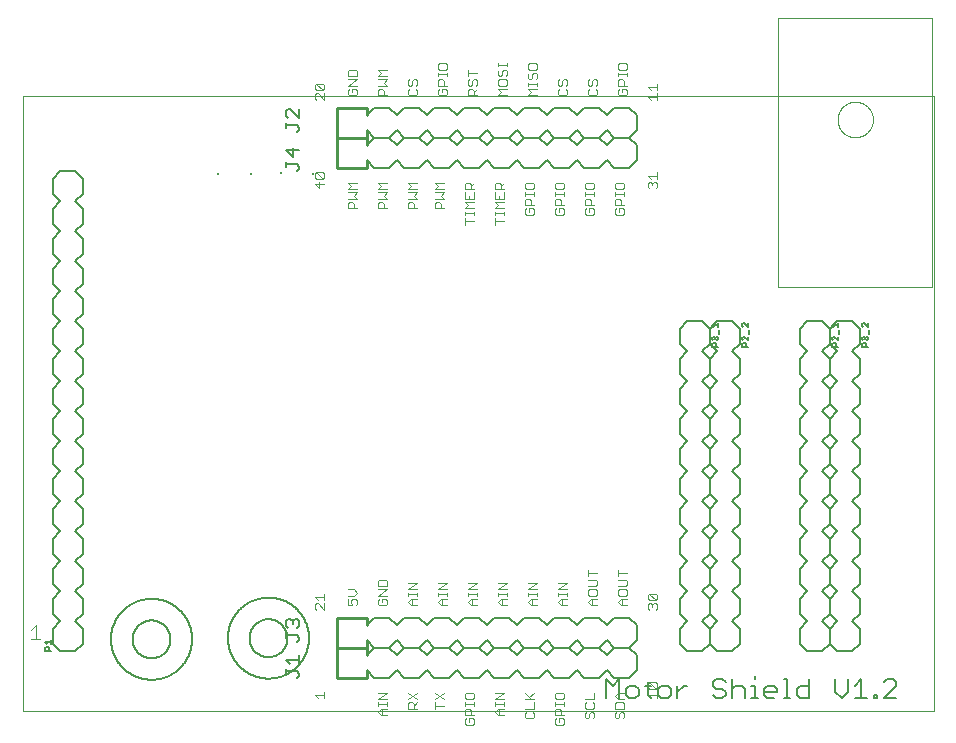
<source format=gto>
G75*
%MOIN*%
%OFA0B0*%
%FSLAX25Y25*%
%IPPOS*%
%LPD*%
%AMOC8*
5,1,8,0,0,1.08239X$1,22.5*
%
%ADD10C,0.00000*%
%ADD11C,0.00400*%
%ADD12C,0.00600*%
%ADD13C,0.00800*%
%ADD14C,0.00500*%
%ADD15R,0.00787X0.00787*%
%ADD16C,0.00900*%
%ADD17C,0.00300*%
D10*
X0036217Y0028618D02*
X0036217Y0233579D01*
X0339918Y0233579D01*
X0339918Y0028618D01*
X0036217Y0028618D01*
X0287989Y0169957D02*
X0339367Y0169957D01*
X0339367Y0259720D01*
X0287989Y0259720D01*
X0287989Y0169957D01*
X0307792Y0225862D02*
X0307794Y0226015D01*
X0307800Y0226169D01*
X0307810Y0226322D01*
X0307824Y0226474D01*
X0307842Y0226627D01*
X0307864Y0226778D01*
X0307889Y0226929D01*
X0307919Y0227080D01*
X0307953Y0227230D01*
X0307990Y0227378D01*
X0308031Y0227526D01*
X0308076Y0227672D01*
X0308125Y0227818D01*
X0308178Y0227962D01*
X0308234Y0228104D01*
X0308294Y0228245D01*
X0308358Y0228385D01*
X0308425Y0228523D01*
X0308496Y0228659D01*
X0308571Y0228793D01*
X0308648Y0228925D01*
X0308730Y0229055D01*
X0308814Y0229183D01*
X0308902Y0229309D01*
X0308993Y0229432D01*
X0309087Y0229553D01*
X0309185Y0229671D01*
X0309285Y0229787D01*
X0309389Y0229900D01*
X0309495Y0230011D01*
X0309604Y0230119D01*
X0309716Y0230224D01*
X0309830Y0230325D01*
X0309948Y0230424D01*
X0310067Y0230520D01*
X0310189Y0230613D01*
X0310314Y0230702D01*
X0310441Y0230789D01*
X0310570Y0230871D01*
X0310701Y0230951D01*
X0310834Y0231027D01*
X0310969Y0231100D01*
X0311106Y0231169D01*
X0311245Y0231234D01*
X0311385Y0231296D01*
X0311527Y0231354D01*
X0311670Y0231409D01*
X0311815Y0231460D01*
X0311961Y0231507D01*
X0312108Y0231550D01*
X0312256Y0231589D01*
X0312405Y0231625D01*
X0312555Y0231656D01*
X0312706Y0231684D01*
X0312857Y0231708D01*
X0313010Y0231728D01*
X0313162Y0231744D01*
X0313315Y0231756D01*
X0313468Y0231764D01*
X0313621Y0231768D01*
X0313775Y0231768D01*
X0313928Y0231764D01*
X0314081Y0231756D01*
X0314234Y0231744D01*
X0314386Y0231728D01*
X0314539Y0231708D01*
X0314690Y0231684D01*
X0314841Y0231656D01*
X0314991Y0231625D01*
X0315140Y0231589D01*
X0315288Y0231550D01*
X0315435Y0231507D01*
X0315581Y0231460D01*
X0315726Y0231409D01*
X0315869Y0231354D01*
X0316011Y0231296D01*
X0316151Y0231234D01*
X0316290Y0231169D01*
X0316427Y0231100D01*
X0316562Y0231027D01*
X0316695Y0230951D01*
X0316826Y0230871D01*
X0316955Y0230789D01*
X0317082Y0230702D01*
X0317207Y0230613D01*
X0317329Y0230520D01*
X0317448Y0230424D01*
X0317566Y0230325D01*
X0317680Y0230224D01*
X0317792Y0230119D01*
X0317901Y0230011D01*
X0318007Y0229900D01*
X0318111Y0229787D01*
X0318211Y0229671D01*
X0318309Y0229553D01*
X0318403Y0229432D01*
X0318494Y0229309D01*
X0318582Y0229183D01*
X0318666Y0229055D01*
X0318748Y0228925D01*
X0318825Y0228793D01*
X0318900Y0228659D01*
X0318971Y0228523D01*
X0319038Y0228385D01*
X0319102Y0228245D01*
X0319162Y0228104D01*
X0319218Y0227962D01*
X0319271Y0227818D01*
X0319320Y0227672D01*
X0319365Y0227526D01*
X0319406Y0227378D01*
X0319443Y0227230D01*
X0319477Y0227080D01*
X0319507Y0226929D01*
X0319532Y0226778D01*
X0319554Y0226627D01*
X0319572Y0226474D01*
X0319586Y0226322D01*
X0319596Y0226169D01*
X0319602Y0226015D01*
X0319604Y0225862D01*
X0319602Y0225709D01*
X0319596Y0225555D01*
X0319586Y0225402D01*
X0319572Y0225250D01*
X0319554Y0225097D01*
X0319532Y0224946D01*
X0319507Y0224795D01*
X0319477Y0224644D01*
X0319443Y0224494D01*
X0319406Y0224346D01*
X0319365Y0224198D01*
X0319320Y0224052D01*
X0319271Y0223906D01*
X0319218Y0223762D01*
X0319162Y0223620D01*
X0319102Y0223479D01*
X0319038Y0223339D01*
X0318971Y0223201D01*
X0318900Y0223065D01*
X0318825Y0222931D01*
X0318748Y0222799D01*
X0318666Y0222669D01*
X0318582Y0222541D01*
X0318494Y0222415D01*
X0318403Y0222292D01*
X0318309Y0222171D01*
X0318211Y0222053D01*
X0318111Y0221937D01*
X0318007Y0221824D01*
X0317901Y0221713D01*
X0317792Y0221605D01*
X0317680Y0221500D01*
X0317566Y0221399D01*
X0317448Y0221300D01*
X0317329Y0221204D01*
X0317207Y0221111D01*
X0317082Y0221022D01*
X0316955Y0220935D01*
X0316826Y0220853D01*
X0316695Y0220773D01*
X0316562Y0220697D01*
X0316427Y0220624D01*
X0316290Y0220555D01*
X0316151Y0220490D01*
X0316011Y0220428D01*
X0315869Y0220370D01*
X0315726Y0220315D01*
X0315581Y0220264D01*
X0315435Y0220217D01*
X0315288Y0220174D01*
X0315140Y0220135D01*
X0314991Y0220099D01*
X0314841Y0220068D01*
X0314690Y0220040D01*
X0314539Y0220016D01*
X0314386Y0219996D01*
X0314234Y0219980D01*
X0314081Y0219968D01*
X0313928Y0219960D01*
X0313775Y0219956D01*
X0313621Y0219956D01*
X0313468Y0219960D01*
X0313315Y0219968D01*
X0313162Y0219980D01*
X0313010Y0219996D01*
X0312857Y0220016D01*
X0312706Y0220040D01*
X0312555Y0220068D01*
X0312405Y0220099D01*
X0312256Y0220135D01*
X0312108Y0220174D01*
X0311961Y0220217D01*
X0311815Y0220264D01*
X0311670Y0220315D01*
X0311527Y0220370D01*
X0311385Y0220428D01*
X0311245Y0220490D01*
X0311106Y0220555D01*
X0310969Y0220624D01*
X0310834Y0220697D01*
X0310701Y0220773D01*
X0310570Y0220853D01*
X0310441Y0220935D01*
X0310314Y0221022D01*
X0310189Y0221111D01*
X0310067Y0221204D01*
X0309948Y0221300D01*
X0309830Y0221399D01*
X0309716Y0221500D01*
X0309604Y0221605D01*
X0309495Y0221713D01*
X0309389Y0221824D01*
X0309285Y0221937D01*
X0309185Y0222053D01*
X0309087Y0222171D01*
X0308993Y0222292D01*
X0308902Y0222415D01*
X0308814Y0222541D01*
X0308730Y0222669D01*
X0308648Y0222799D01*
X0308571Y0222931D01*
X0308496Y0223065D01*
X0308425Y0223201D01*
X0308358Y0223339D01*
X0308294Y0223479D01*
X0308234Y0223620D01*
X0308178Y0223762D01*
X0308125Y0223906D01*
X0308076Y0224052D01*
X0308031Y0224198D01*
X0307990Y0224346D01*
X0307953Y0224494D01*
X0307919Y0224644D01*
X0307889Y0224795D01*
X0307864Y0224946D01*
X0307842Y0225097D01*
X0307824Y0225250D01*
X0307810Y0225402D01*
X0307800Y0225555D01*
X0307794Y0225709D01*
X0307792Y0225862D01*
D11*
X0042009Y0052629D02*
X0038939Y0052629D01*
X0040474Y0052629D02*
X0040474Y0057233D01*
X0038939Y0055698D01*
D12*
X0065631Y0052634D02*
X0065635Y0052965D01*
X0065647Y0053296D01*
X0065668Y0053627D01*
X0065696Y0053957D01*
X0065733Y0054287D01*
X0065777Y0054615D01*
X0065830Y0054942D01*
X0065890Y0055268D01*
X0065959Y0055592D01*
X0066036Y0055914D01*
X0066120Y0056235D01*
X0066212Y0056553D01*
X0066312Y0056869D01*
X0066420Y0057182D01*
X0066536Y0057493D01*
X0066659Y0057800D01*
X0066789Y0058105D01*
X0066927Y0058406D01*
X0067072Y0058704D01*
X0067225Y0058998D01*
X0067385Y0059288D01*
X0067552Y0059574D01*
X0067725Y0059856D01*
X0067906Y0060134D01*
X0068094Y0060407D01*
X0068288Y0060676D01*
X0068488Y0060940D01*
X0068695Y0061198D01*
X0068909Y0061452D01*
X0069128Y0061700D01*
X0069354Y0061943D01*
X0069585Y0062180D01*
X0069822Y0062411D01*
X0070065Y0062637D01*
X0070313Y0062856D01*
X0070567Y0063070D01*
X0070825Y0063277D01*
X0071089Y0063477D01*
X0071358Y0063671D01*
X0071631Y0063859D01*
X0071909Y0064040D01*
X0072191Y0064213D01*
X0072477Y0064380D01*
X0072767Y0064540D01*
X0073061Y0064693D01*
X0073359Y0064838D01*
X0073660Y0064976D01*
X0073965Y0065106D01*
X0074272Y0065229D01*
X0074583Y0065345D01*
X0074896Y0065453D01*
X0075212Y0065553D01*
X0075530Y0065645D01*
X0075851Y0065729D01*
X0076173Y0065806D01*
X0076497Y0065875D01*
X0076823Y0065935D01*
X0077150Y0065988D01*
X0077478Y0066032D01*
X0077808Y0066069D01*
X0078138Y0066097D01*
X0078469Y0066118D01*
X0078800Y0066130D01*
X0079131Y0066134D01*
X0079462Y0066130D01*
X0079793Y0066118D01*
X0080124Y0066097D01*
X0080454Y0066069D01*
X0080784Y0066032D01*
X0081112Y0065988D01*
X0081439Y0065935D01*
X0081765Y0065875D01*
X0082089Y0065806D01*
X0082411Y0065729D01*
X0082732Y0065645D01*
X0083050Y0065553D01*
X0083366Y0065453D01*
X0083679Y0065345D01*
X0083990Y0065229D01*
X0084297Y0065106D01*
X0084602Y0064976D01*
X0084903Y0064838D01*
X0085201Y0064693D01*
X0085495Y0064540D01*
X0085785Y0064380D01*
X0086071Y0064213D01*
X0086353Y0064040D01*
X0086631Y0063859D01*
X0086904Y0063671D01*
X0087173Y0063477D01*
X0087437Y0063277D01*
X0087695Y0063070D01*
X0087949Y0062856D01*
X0088197Y0062637D01*
X0088440Y0062411D01*
X0088677Y0062180D01*
X0088908Y0061943D01*
X0089134Y0061700D01*
X0089353Y0061452D01*
X0089567Y0061198D01*
X0089774Y0060940D01*
X0089974Y0060676D01*
X0090168Y0060407D01*
X0090356Y0060134D01*
X0090537Y0059856D01*
X0090710Y0059574D01*
X0090877Y0059288D01*
X0091037Y0058998D01*
X0091190Y0058704D01*
X0091335Y0058406D01*
X0091473Y0058105D01*
X0091603Y0057800D01*
X0091726Y0057493D01*
X0091842Y0057182D01*
X0091950Y0056869D01*
X0092050Y0056553D01*
X0092142Y0056235D01*
X0092226Y0055914D01*
X0092303Y0055592D01*
X0092372Y0055268D01*
X0092432Y0054942D01*
X0092485Y0054615D01*
X0092529Y0054287D01*
X0092566Y0053957D01*
X0092594Y0053627D01*
X0092615Y0053296D01*
X0092627Y0052965D01*
X0092631Y0052634D01*
X0092627Y0052303D01*
X0092615Y0051972D01*
X0092594Y0051641D01*
X0092566Y0051311D01*
X0092529Y0050981D01*
X0092485Y0050653D01*
X0092432Y0050326D01*
X0092372Y0050000D01*
X0092303Y0049676D01*
X0092226Y0049354D01*
X0092142Y0049033D01*
X0092050Y0048715D01*
X0091950Y0048399D01*
X0091842Y0048086D01*
X0091726Y0047775D01*
X0091603Y0047468D01*
X0091473Y0047163D01*
X0091335Y0046862D01*
X0091190Y0046564D01*
X0091037Y0046270D01*
X0090877Y0045980D01*
X0090710Y0045694D01*
X0090537Y0045412D01*
X0090356Y0045134D01*
X0090168Y0044861D01*
X0089974Y0044592D01*
X0089774Y0044328D01*
X0089567Y0044070D01*
X0089353Y0043816D01*
X0089134Y0043568D01*
X0088908Y0043325D01*
X0088677Y0043088D01*
X0088440Y0042857D01*
X0088197Y0042631D01*
X0087949Y0042412D01*
X0087695Y0042198D01*
X0087437Y0041991D01*
X0087173Y0041791D01*
X0086904Y0041597D01*
X0086631Y0041409D01*
X0086353Y0041228D01*
X0086071Y0041055D01*
X0085785Y0040888D01*
X0085495Y0040728D01*
X0085201Y0040575D01*
X0084903Y0040430D01*
X0084602Y0040292D01*
X0084297Y0040162D01*
X0083990Y0040039D01*
X0083679Y0039923D01*
X0083366Y0039815D01*
X0083050Y0039715D01*
X0082732Y0039623D01*
X0082411Y0039539D01*
X0082089Y0039462D01*
X0081765Y0039393D01*
X0081439Y0039333D01*
X0081112Y0039280D01*
X0080784Y0039236D01*
X0080454Y0039199D01*
X0080124Y0039171D01*
X0079793Y0039150D01*
X0079462Y0039138D01*
X0079131Y0039134D01*
X0078800Y0039138D01*
X0078469Y0039150D01*
X0078138Y0039171D01*
X0077808Y0039199D01*
X0077478Y0039236D01*
X0077150Y0039280D01*
X0076823Y0039333D01*
X0076497Y0039393D01*
X0076173Y0039462D01*
X0075851Y0039539D01*
X0075530Y0039623D01*
X0075212Y0039715D01*
X0074896Y0039815D01*
X0074583Y0039923D01*
X0074272Y0040039D01*
X0073965Y0040162D01*
X0073660Y0040292D01*
X0073359Y0040430D01*
X0073061Y0040575D01*
X0072767Y0040728D01*
X0072477Y0040888D01*
X0072191Y0041055D01*
X0071909Y0041228D01*
X0071631Y0041409D01*
X0071358Y0041597D01*
X0071089Y0041791D01*
X0070825Y0041991D01*
X0070567Y0042198D01*
X0070313Y0042412D01*
X0070065Y0042631D01*
X0069822Y0042857D01*
X0069585Y0043088D01*
X0069354Y0043325D01*
X0069128Y0043568D01*
X0068909Y0043816D01*
X0068695Y0044070D01*
X0068488Y0044328D01*
X0068288Y0044592D01*
X0068094Y0044861D01*
X0067906Y0045134D01*
X0067725Y0045412D01*
X0067552Y0045694D01*
X0067385Y0045980D01*
X0067225Y0046270D01*
X0067072Y0046564D01*
X0066927Y0046862D01*
X0066789Y0047163D01*
X0066659Y0047468D01*
X0066536Y0047775D01*
X0066420Y0048086D01*
X0066312Y0048399D01*
X0066212Y0048715D01*
X0066120Y0049033D01*
X0066036Y0049354D01*
X0065959Y0049676D01*
X0065890Y0050000D01*
X0065830Y0050326D01*
X0065777Y0050653D01*
X0065733Y0050981D01*
X0065696Y0051311D01*
X0065668Y0051641D01*
X0065647Y0051972D01*
X0065635Y0052303D01*
X0065631Y0052634D01*
X0104607Y0053028D02*
X0104611Y0053359D01*
X0104623Y0053690D01*
X0104644Y0054021D01*
X0104672Y0054351D01*
X0104709Y0054681D01*
X0104753Y0055009D01*
X0104806Y0055336D01*
X0104866Y0055662D01*
X0104935Y0055986D01*
X0105012Y0056308D01*
X0105096Y0056629D01*
X0105188Y0056947D01*
X0105288Y0057263D01*
X0105396Y0057576D01*
X0105512Y0057887D01*
X0105635Y0058194D01*
X0105765Y0058499D01*
X0105903Y0058800D01*
X0106048Y0059098D01*
X0106201Y0059392D01*
X0106361Y0059682D01*
X0106528Y0059968D01*
X0106701Y0060250D01*
X0106882Y0060528D01*
X0107070Y0060801D01*
X0107264Y0061070D01*
X0107464Y0061334D01*
X0107671Y0061592D01*
X0107885Y0061846D01*
X0108104Y0062094D01*
X0108330Y0062337D01*
X0108561Y0062574D01*
X0108798Y0062805D01*
X0109041Y0063031D01*
X0109289Y0063250D01*
X0109543Y0063464D01*
X0109801Y0063671D01*
X0110065Y0063871D01*
X0110334Y0064065D01*
X0110607Y0064253D01*
X0110885Y0064434D01*
X0111167Y0064607D01*
X0111453Y0064774D01*
X0111743Y0064934D01*
X0112037Y0065087D01*
X0112335Y0065232D01*
X0112636Y0065370D01*
X0112941Y0065500D01*
X0113248Y0065623D01*
X0113559Y0065739D01*
X0113872Y0065847D01*
X0114188Y0065947D01*
X0114506Y0066039D01*
X0114827Y0066123D01*
X0115149Y0066200D01*
X0115473Y0066269D01*
X0115799Y0066329D01*
X0116126Y0066382D01*
X0116454Y0066426D01*
X0116784Y0066463D01*
X0117114Y0066491D01*
X0117445Y0066512D01*
X0117776Y0066524D01*
X0118107Y0066528D01*
X0118438Y0066524D01*
X0118769Y0066512D01*
X0119100Y0066491D01*
X0119430Y0066463D01*
X0119760Y0066426D01*
X0120088Y0066382D01*
X0120415Y0066329D01*
X0120741Y0066269D01*
X0121065Y0066200D01*
X0121387Y0066123D01*
X0121708Y0066039D01*
X0122026Y0065947D01*
X0122342Y0065847D01*
X0122655Y0065739D01*
X0122966Y0065623D01*
X0123273Y0065500D01*
X0123578Y0065370D01*
X0123879Y0065232D01*
X0124177Y0065087D01*
X0124471Y0064934D01*
X0124761Y0064774D01*
X0125047Y0064607D01*
X0125329Y0064434D01*
X0125607Y0064253D01*
X0125880Y0064065D01*
X0126149Y0063871D01*
X0126413Y0063671D01*
X0126671Y0063464D01*
X0126925Y0063250D01*
X0127173Y0063031D01*
X0127416Y0062805D01*
X0127653Y0062574D01*
X0127884Y0062337D01*
X0128110Y0062094D01*
X0128329Y0061846D01*
X0128543Y0061592D01*
X0128750Y0061334D01*
X0128950Y0061070D01*
X0129144Y0060801D01*
X0129332Y0060528D01*
X0129513Y0060250D01*
X0129686Y0059968D01*
X0129853Y0059682D01*
X0130013Y0059392D01*
X0130166Y0059098D01*
X0130311Y0058800D01*
X0130449Y0058499D01*
X0130579Y0058194D01*
X0130702Y0057887D01*
X0130818Y0057576D01*
X0130926Y0057263D01*
X0131026Y0056947D01*
X0131118Y0056629D01*
X0131202Y0056308D01*
X0131279Y0055986D01*
X0131348Y0055662D01*
X0131408Y0055336D01*
X0131461Y0055009D01*
X0131505Y0054681D01*
X0131542Y0054351D01*
X0131570Y0054021D01*
X0131591Y0053690D01*
X0131603Y0053359D01*
X0131607Y0053028D01*
X0131603Y0052697D01*
X0131591Y0052366D01*
X0131570Y0052035D01*
X0131542Y0051705D01*
X0131505Y0051375D01*
X0131461Y0051047D01*
X0131408Y0050720D01*
X0131348Y0050394D01*
X0131279Y0050070D01*
X0131202Y0049748D01*
X0131118Y0049427D01*
X0131026Y0049109D01*
X0130926Y0048793D01*
X0130818Y0048480D01*
X0130702Y0048169D01*
X0130579Y0047862D01*
X0130449Y0047557D01*
X0130311Y0047256D01*
X0130166Y0046958D01*
X0130013Y0046664D01*
X0129853Y0046374D01*
X0129686Y0046088D01*
X0129513Y0045806D01*
X0129332Y0045528D01*
X0129144Y0045255D01*
X0128950Y0044986D01*
X0128750Y0044722D01*
X0128543Y0044464D01*
X0128329Y0044210D01*
X0128110Y0043962D01*
X0127884Y0043719D01*
X0127653Y0043482D01*
X0127416Y0043251D01*
X0127173Y0043025D01*
X0126925Y0042806D01*
X0126671Y0042592D01*
X0126413Y0042385D01*
X0126149Y0042185D01*
X0125880Y0041991D01*
X0125607Y0041803D01*
X0125329Y0041622D01*
X0125047Y0041449D01*
X0124761Y0041282D01*
X0124471Y0041122D01*
X0124177Y0040969D01*
X0123879Y0040824D01*
X0123578Y0040686D01*
X0123273Y0040556D01*
X0122966Y0040433D01*
X0122655Y0040317D01*
X0122342Y0040209D01*
X0122026Y0040109D01*
X0121708Y0040017D01*
X0121387Y0039933D01*
X0121065Y0039856D01*
X0120741Y0039787D01*
X0120415Y0039727D01*
X0120088Y0039674D01*
X0119760Y0039630D01*
X0119430Y0039593D01*
X0119100Y0039565D01*
X0118769Y0039544D01*
X0118438Y0039532D01*
X0118107Y0039528D01*
X0117776Y0039532D01*
X0117445Y0039544D01*
X0117114Y0039565D01*
X0116784Y0039593D01*
X0116454Y0039630D01*
X0116126Y0039674D01*
X0115799Y0039727D01*
X0115473Y0039787D01*
X0115149Y0039856D01*
X0114827Y0039933D01*
X0114506Y0040017D01*
X0114188Y0040109D01*
X0113872Y0040209D01*
X0113559Y0040317D01*
X0113248Y0040433D01*
X0112941Y0040556D01*
X0112636Y0040686D01*
X0112335Y0040824D01*
X0112037Y0040969D01*
X0111743Y0041122D01*
X0111453Y0041282D01*
X0111167Y0041449D01*
X0110885Y0041622D01*
X0110607Y0041803D01*
X0110334Y0041991D01*
X0110065Y0042185D01*
X0109801Y0042385D01*
X0109543Y0042592D01*
X0109289Y0042806D01*
X0109041Y0043025D01*
X0108798Y0043251D01*
X0108561Y0043482D01*
X0108330Y0043719D01*
X0108104Y0043962D01*
X0107885Y0044210D01*
X0107671Y0044464D01*
X0107464Y0044722D01*
X0107264Y0044986D01*
X0107070Y0045255D01*
X0106882Y0045528D01*
X0106701Y0045806D01*
X0106528Y0046088D01*
X0106361Y0046374D01*
X0106201Y0046664D01*
X0106048Y0046958D01*
X0105903Y0047256D01*
X0105765Y0047557D01*
X0105635Y0047862D01*
X0105512Y0048169D01*
X0105396Y0048480D01*
X0105288Y0048793D01*
X0105188Y0049109D01*
X0105096Y0049427D01*
X0105012Y0049748D01*
X0104935Y0050070D01*
X0104866Y0050394D01*
X0104806Y0050720D01*
X0104753Y0051047D01*
X0104709Y0051375D01*
X0104672Y0051705D01*
X0104644Y0052035D01*
X0104623Y0052366D01*
X0104611Y0052697D01*
X0104607Y0053028D01*
X0230749Y0039324D02*
X0230749Y0032918D01*
X0235019Y0032918D02*
X0235019Y0039324D01*
X0232884Y0037188D01*
X0230749Y0039324D01*
X0237195Y0036121D02*
X0237195Y0033986D01*
X0238262Y0032918D01*
X0240397Y0032918D01*
X0241465Y0033986D01*
X0241465Y0036121D01*
X0240397Y0037188D01*
X0238262Y0037188D01*
X0237195Y0036121D01*
X0243640Y0037188D02*
X0245775Y0037188D01*
X0244708Y0038256D02*
X0244708Y0033986D01*
X0245775Y0032918D01*
X0247937Y0033986D02*
X0249005Y0032918D01*
X0251140Y0032918D01*
X0252207Y0033986D01*
X0252207Y0036121D01*
X0251140Y0037188D01*
X0249005Y0037188D01*
X0247937Y0036121D01*
X0247937Y0033986D01*
X0254383Y0035053D02*
X0256518Y0037188D01*
X0257585Y0037188D01*
X0254383Y0037188D02*
X0254383Y0032918D01*
X0266199Y0033986D02*
X0267267Y0032918D01*
X0269402Y0032918D01*
X0270470Y0033986D01*
X0270470Y0035053D01*
X0269402Y0036121D01*
X0267267Y0036121D01*
X0266199Y0037188D01*
X0266199Y0038256D01*
X0267267Y0039324D01*
X0269402Y0039324D01*
X0270470Y0038256D01*
X0272645Y0039324D02*
X0272645Y0032918D01*
X0272645Y0036121D02*
X0273712Y0037188D01*
X0275848Y0037188D01*
X0276915Y0036121D01*
X0276915Y0032918D01*
X0279090Y0032918D02*
X0281225Y0032918D01*
X0280158Y0032918D02*
X0280158Y0037188D01*
X0279090Y0037188D01*
X0280158Y0039324D02*
X0280158Y0040391D01*
X0283387Y0036121D02*
X0284455Y0037188D01*
X0286590Y0037188D01*
X0287658Y0036121D01*
X0287658Y0035053D01*
X0283387Y0035053D01*
X0283387Y0033986D02*
X0283387Y0036121D01*
X0283387Y0033986D02*
X0284455Y0032918D01*
X0286590Y0032918D01*
X0289833Y0032918D02*
X0291968Y0032918D01*
X0290900Y0032918D02*
X0290900Y0039324D01*
X0289833Y0039324D01*
X0294130Y0036121D02*
X0295197Y0037188D01*
X0298400Y0037188D01*
X0298400Y0039324D02*
X0298400Y0032918D01*
X0295197Y0032918D01*
X0294130Y0033986D01*
X0294130Y0036121D01*
X0307021Y0035053D02*
X0309156Y0032918D01*
X0311291Y0035053D01*
X0311291Y0039324D01*
X0313466Y0037188D02*
X0315601Y0039324D01*
X0315601Y0032918D01*
X0313466Y0032918D02*
X0317737Y0032918D01*
X0319912Y0032918D02*
X0320979Y0032918D01*
X0320979Y0033986D01*
X0319912Y0033986D01*
X0319912Y0032918D01*
X0323135Y0032918D02*
X0327405Y0037188D01*
X0327405Y0038256D01*
X0326337Y0039324D01*
X0324202Y0039324D01*
X0323135Y0038256D01*
X0323135Y0032918D02*
X0327405Y0032918D01*
X0307021Y0035053D02*
X0307021Y0039324D01*
D13*
X0307717Y0048618D02*
X0305217Y0051118D01*
X0305217Y0056118D01*
X0307717Y0058618D01*
X0305217Y0061118D01*
X0305217Y0066118D01*
X0307717Y0068618D01*
X0305217Y0071118D01*
X0305217Y0076118D01*
X0307717Y0078618D01*
X0305217Y0081118D01*
X0305217Y0086118D01*
X0307717Y0088618D01*
X0305217Y0091118D01*
X0305217Y0096118D01*
X0307717Y0098618D01*
X0305217Y0101118D01*
X0305217Y0106118D01*
X0307717Y0108618D01*
X0305217Y0111118D01*
X0305217Y0116118D01*
X0307717Y0118618D01*
X0305217Y0121118D01*
X0305217Y0126118D01*
X0307717Y0128618D01*
X0305217Y0131118D01*
X0305217Y0136118D01*
X0307717Y0138618D01*
X0305217Y0141118D01*
X0305217Y0146118D01*
X0307717Y0148618D01*
X0305217Y0151118D01*
X0305217Y0156118D01*
X0307717Y0158618D01*
X0312717Y0158618D01*
X0315217Y0156118D01*
X0315217Y0151118D01*
X0312717Y0148618D01*
X0315217Y0146118D01*
X0315217Y0141118D01*
X0312717Y0138618D01*
X0315217Y0136118D01*
X0315217Y0131118D01*
X0312717Y0128618D01*
X0315217Y0126118D01*
X0315217Y0121118D01*
X0312717Y0118618D01*
X0315217Y0116118D01*
X0315217Y0111118D01*
X0312717Y0108618D01*
X0315217Y0106118D01*
X0315217Y0101118D01*
X0312717Y0098618D01*
X0315217Y0096118D01*
X0315217Y0091118D01*
X0312717Y0088618D01*
X0315217Y0086118D01*
X0315217Y0081118D01*
X0312717Y0078618D01*
X0315217Y0076118D01*
X0315217Y0071118D01*
X0312717Y0068618D01*
X0315217Y0066118D01*
X0315217Y0061118D01*
X0312717Y0058618D01*
X0315217Y0056118D01*
X0315217Y0051118D01*
X0312717Y0048618D01*
X0307717Y0048618D01*
X0305217Y0051118D02*
X0302717Y0048618D01*
X0297717Y0048618D01*
X0295217Y0051118D01*
X0295217Y0056118D01*
X0297717Y0058618D01*
X0295217Y0061118D01*
X0295217Y0066118D01*
X0297717Y0068618D01*
X0295217Y0071118D01*
X0295217Y0076118D01*
X0297717Y0078618D01*
X0295217Y0081118D01*
X0295217Y0086118D01*
X0297717Y0088618D01*
X0295217Y0091118D01*
X0295217Y0096118D01*
X0297717Y0098618D01*
X0295217Y0101118D01*
X0295217Y0106118D01*
X0297717Y0108618D01*
X0295217Y0111118D01*
X0295217Y0116118D01*
X0297717Y0118618D01*
X0295217Y0121118D01*
X0295217Y0126118D01*
X0297717Y0128618D01*
X0295217Y0131118D01*
X0295217Y0136118D01*
X0297717Y0138618D01*
X0295217Y0141118D01*
X0295217Y0146118D01*
X0297717Y0148618D01*
X0295217Y0151118D01*
X0295217Y0156118D01*
X0297717Y0158618D01*
X0302717Y0158618D01*
X0305217Y0156118D01*
X0305217Y0151118D01*
X0302717Y0148618D01*
X0305217Y0146118D01*
X0305217Y0141118D01*
X0302717Y0138618D01*
X0305217Y0136118D01*
X0305217Y0131118D01*
X0302717Y0128618D01*
X0305217Y0126118D01*
X0305217Y0121118D01*
X0302717Y0118618D01*
X0305217Y0116118D01*
X0305217Y0111118D01*
X0302717Y0108618D01*
X0305217Y0106118D01*
X0305217Y0101118D01*
X0302717Y0098618D01*
X0305217Y0096118D01*
X0305217Y0091118D01*
X0302717Y0088618D01*
X0305217Y0086118D01*
X0305217Y0081118D01*
X0302717Y0078618D01*
X0305217Y0076118D01*
X0305217Y0071118D01*
X0302717Y0068618D01*
X0305217Y0066118D01*
X0305217Y0061118D01*
X0302717Y0058618D01*
X0305217Y0056118D01*
X0305217Y0051118D01*
X0275217Y0051118D02*
X0272717Y0048618D01*
X0267717Y0048618D01*
X0265217Y0051118D01*
X0265217Y0056118D01*
X0267717Y0058618D01*
X0265217Y0061118D01*
X0265217Y0066118D01*
X0267717Y0068618D01*
X0265217Y0071118D01*
X0265217Y0076118D01*
X0267717Y0078618D01*
X0265217Y0081118D01*
X0265217Y0086118D01*
X0267717Y0088618D01*
X0265217Y0091118D01*
X0265217Y0096118D01*
X0267717Y0098618D01*
X0265217Y0101118D01*
X0265217Y0106118D01*
X0267717Y0108618D01*
X0265217Y0111118D01*
X0265217Y0116118D01*
X0267717Y0118618D01*
X0265217Y0121118D01*
X0265217Y0126118D01*
X0267717Y0128618D01*
X0265217Y0131118D01*
X0265217Y0136118D01*
X0267717Y0138618D01*
X0265217Y0141118D01*
X0265217Y0146118D01*
X0267717Y0148618D01*
X0265217Y0151118D01*
X0265217Y0156118D01*
X0267717Y0158618D01*
X0272717Y0158618D01*
X0275217Y0156118D01*
X0275217Y0151118D01*
X0272717Y0148618D01*
X0275217Y0146118D01*
X0275217Y0141118D01*
X0272717Y0138618D01*
X0275217Y0136118D01*
X0275217Y0131118D01*
X0272717Y0128618D01*
X0275217Y0126118D01*
X0275217Y0121118D01*
X0272717Y0118618D01*
X0275217Y0116118D01*
X0275217Y0111118D01*
X0272717Y0108618D01*
X0275217Y0106118D01*
X0275217Y0101118D01*
X0272717Y0098618D01*
X0275217Y0096118D01*
X0275217Y0091118D01*
X0272717Y0088618D01*
X0275217Y0086118D01*
X0275217Y0081118D01*
X0272717Y0078618D01*
X0275217Y0076118D01*
X0275217Y0071118D01*
X0272717Y0068618D01*
X0275217Y0066118D01*
X0275217Y0061118D01*
X0272717Y0058618D01*
X0275217Y0056118D01*
X0275217Y0051118D01*
X0265217Y0051118D02*
X0265217Y0056118D01*
X0262717Y0058618D01*
X0265217Y0061118D01*
X0265217Y0066118D01*
X0262717Y0068618D01*
X0265217Y0071118D01*
X0265217Y0076118D01*
X0262717Y0078618D01*
X0265217Y0081118D01*
X0265217Y0086118D01*
X0262717Y0088618D01*
X0265217Y0091118D01*
X0265217Y0096118D01*
X0262717Y0098618D01*
X0265217Y0101118D01*
X0265217Y0106118D01*
X0262717Y0108618D01*
X0265217Y0111118D01*
X0265217Y0116118D01*
X0262717Y0118618D01*
X0265217Y0121118D01*
X0265217Y0126118D01*
X0262717Y0128618D01*
X0265217Y0131118D01*
X0265217Y0136118D01*
X0262717Y0138618D01*
X0265217Y0141118D01*
X0265217Y0146118D01*
X0262717Y0148618D01*
X0265217Y0151118D01*
X0265217Y0156118D01*
X0262717Y0158618D01*
X0257717Y0158618D01*
X0255217Y0156118D01*
X0255217Y0151118D01*
X0257717Y0148618D01*
X0255217Y0146118D01*
X0255217Y0141118D01*
X0257717Y0138618D01*
X0255217Y0136118D01*
X0255217Y0131118D01*
X0257717Y0128618D01*
X0255217Y0126118D01*
X0255217Y0121118D01*
X0257717Y0118618D01*
X0255217Y0116118D01*
X0255217Y0111118D01*
X0257717Y0108618D01*
X0255217Y0106118D01*
X0255217Y0101118D01*
X0257717Y0098618D01*
X0255217Y0096118D01*
X0255217Y0091118D01*
X0257717Y0088618D01*
X0255217Y0086118D01*
X0255217Y0081118D01*
X0257717Y0078618D01*
X0255217Y0076118D01*
X0255217Y0071118D01*
X0257717Y0068618D01*
X0255217Y0066118D01*
X0255217Y0061118D01*
X0257717Y0058618D01*
X0255217Y0056118D01*
X0255217Y0051118D01*
X0257717Y0048618D01*
X0262717Y0048618D01*
X0265217Y0051118D01*
X0240823Y0052260D02*
X0238323Y0049760D01*
X0233323Y0049760D01*
X0230823Y0052260D01*
X0228323Y0049760D01*
X0223323Y0049760D01*
X0220823Y0052260D01*
X0218323Y0049760D01*
X0213323Y0049760D01*
X0210823Y0052260D01*
X0208323Y0049760D01*
X0203323Y0049760D01*
X0200823Y0052260D01*
X0198323Y0049760D01*
X0193323Y0049760D01*
X0190823Y0052260D01*
X0188323Y0049760D01*
X0183323Y0049760D01*
X0180823Y0052260D01*
X0178323Y0049760D01*
X0173323Y0049760D01*
X0170823Y0052260D01*
X0168323Y0049760D01*
X0163323Y0049760D01*
X0160823Y0052260D01*
X0158323Y0049760D01*
X0153323Y0049760D01*
X0150823Y0052260D01*
X0153323Y0049760D02*
X0150823Y0047260D01*
X0150823Y0042260D02*
X0153323Y0039760D01*
X0158323Y0039760D01*
X0160823Y0042260D01*
X0163323Y0039760D01*
X0168323Y0039760D01*
X0170823Y0042260D01*
X0173323Y0039760D01*
X0178323Y0039760D01*
X0180823Y0042260D01*
X0183323Y0039760D01*
X0188323Y0039760D01*
X0190823Y0042260D01*
X0193323Y0039760D01*
X0198323Y0039760D01*
X0200823Y0042260D01*
X0203323Y0039760D01*
X0208323Y0039760D01*
X0210823Y0042260D01*
X0213323Y0039760D01*
X0218323Y0039760D01*
X0220823Y0042260D01*
X0223323Y0039760D01*
X0228323Y0039760D01*
X0230823Y0042260D01*
X0233323Y0039760D01*
X0238323Y0039760D01*
X0240823Y0042260D01*
X0240823Y0047260D01*
X0238323Y0049760D01*
X0240823Y0052260D02*
X0240823Y0057260D01*
X0238323Y0059760D01*
X0233323Y0059760D01*
X0230823Y0057260D01*
X0228323Y0059760D01*
X0223323Y0059760D01*
X0220823Y0057260D01*
X0218323Y0059760D01*
X0213323Y0059760D01*
X0210823Y0057260D01*
X0208323Y0059760D01*
X0203323Y0059760D01*
X0200823Y0057260D01*
X0198323Y0059760D01*
X0193323Y0059760D01*
X0190823Y0057260D01*
X0188323Y0059760D01*
X0183323Y0059760D01*
X0180823Y0057260D01*
X0178323Y0059760D01*
X0173323Y0059760D01*
X0170823Y0057260D01*
X0168323Y0059760D01*
X0163323Y0059760D01*
X0160823Y0057260D01*
X0158323Y0059760D01*
X0153323Y0059760D01*
X0150823Y0057260D01*
X0158323Y0049760D02*
X0160823Y0047260D01*
X0163323Y0049760D01*
X0168323Y0049760D02*
X0170823Y0047260D01*
X0173323Y0049760D01*
X0178323Y0049760D02*
X0180823Y0047260D01*
X0183323Y0049760D01*
X0188323Y0049760D02*
X0190823Y0047260D01*
X0193323Y0049760D01*
X0198323Y0049760D02*
X0200823Y0047260D01*
X0203323Y0049760D01*
X0208323Y0049760D02*
X0210823Y0047260D01*
X0213323Y0049760D01*
X0218323Y0049760D02*
X0220823Y0047260D01*
X0223323Y0049760D01*
X0228323Y0049760D02*
X0230823Y0047260D01*
X0233323Y0049760D01*
X0111808Y0053028D02*
X0111810Y0053186D01*
X0111816Y0053344D01*
X0111826Y0053502D01*
X0111840Y0053660D01*
X0111858Y0053817D01*
X0111879Y0053974D01*
X0111905Y0054130D01*
X0111935Y0054286D01*
X0111968Y0054441D01*
X0112006Y0054594D01*
X0112047Y0054747D01*
X0112092Y0054899D01*
X0112141Y0055050D01*
X0112194Y0055199D01*
X0112250Y0055347D01*
X0112310Y0055493D01*
X0112374Y0055638D01*
X0112442Y0055781D01*
X0112513Y0055923D01*
X0112587Y0056063D01*
X0112665Y0056200D01*
X0112747Y0056336D01*
X0112831Y0056470D01*
X0112920Y0056601D01*
X0113011Y0056730D01*
X0113106Y0056857D01*
X0113203Y0056982D01*
X0113304Y0057104D01*
X0113408Y0057223D01*
X0113515Y0057340D01*
X0113625Y0057454D01*
X0113738Y0057565D01*
X0113853Y0057674D01*
X0113971Y0057779D01*
X0114092Y0057881D01*
X0114215Y0057981D01*
X0114341Y0058077D01*
X0114469Y0058170D01*
X0114599Y0058260D01*
X0114732Y0058346D01*
X0114867Y0058430D01*
X0115003Y0058509D01*
X0115142Y0058586D01*
X0115283Y0058658D01*
X0115425Y0058728D01*
X0115569Y0058793D01*
X0115715Y0058855D01*
X0115862Y0058913D01*
X0116011Y0058968D01*
X0116161Y0059019D01*
X0116312Y0059066D01*
X0116464Y0059109D01*
X0116617Y0059148D01*
X0116772Y0059184D01*
X0116927Y0059215D01*
X0117083Y0059243D01*
X0117239Y0059267D01*
X0117396Y0059287D01*
X0117554Y0059303D01*
X0117711Y0059315D01*
X0117870Y0059323D01*
X0118028Y0059327D01*
X0118186Y0059327D01*
X0118344Y0059323D01*
X0118503Y0059315D01*
X0118660Y0059303D01*
X0118818Y0059287D01*
X0118975Y0059267D01*
X0119131Y0059243D01*
X0119287Y0059215D01*
X0119442Y0059184D01*
X0119597Y0059148D01*
X0119750Y0059109D01*
X0119902Y0059066D01*
X0120053Y0059019D01*
X0120203Y0058968D01*
X0120352Y0058913D01*
X0120499Y0058855D01*
X0120645Y0058793D01*
X0120789Y0058728D01*
X0120931Y0058658D01*
X0121072Y0058586D01*
X0121211Y0058509D01*
X0121347Y0058430D01*
X0121482Y0058346D01*
X0121615Y0058260D01*
X0121745Y0058170D01*
X0121873Y0058077D01*
X0121999Y0057981D01*
X0122122Y0057881D01*
X0122243Y0057779D01*
X0122361Y0057674D01*
X0122476Y0057565D01*
X0122589Y0057454D01*
X0122699Y0057340D01*
X0122806Y0057223D01*
X0122910Y0057104D01*
X0123011Y0056982D01*
X0123108Y0056857D01*
X0123203Y0056730D01*
X0123294Y0056601D01*
X0123383Y0056470D01*
X0123467Y0056336D01*
X0123549Y0056200D01*
X0123627Y0056063D01*
X0123701Y0055923D01*
X0123772Y0055781D01*
X0123840Y0055638D01*
X0123904Y0055493D01*
X0123964Y0055347D01*
X0124020Y0055199D01*
X0124073Y0055050D01*
X0124122Y0054899D01*
X0124167Y0054747D01*
X0124208Y0054594D01*
X0124246Y0054441D01*
X0124279Y0054286D01*
X0124309Y0054130D01*
X0124335Y0053974D01*
X0124356Y0053817D01*
X0124374Y0053660D01*
X0124388Y0053502D01*
X0124398Y0053344D01*
X0124404Y0053186D01*
X0124406Y0053028D01*
X0124404Y0052870D01*
X0124398Y0052712D01*
X0124388Y0052554D01*
X0124374Y0052396D01*
X0124356Y0052239D01*
X0124335Y0052082D01*
X0124309Y0051926D01*
X0124279Y0051770D01*
X0124246Y0051615D01*
X0124208Y0051462D01*
X0124167Y0051309D01*
X0124122Y0051157D01*
X0124073Y0051006D01*
X0124020Y0050857D01*
X0123964Y0050709D01*
X0123904Y0050563D01*
X0123840Y0050418D01*
X0123772Y0050275D01*
X0123701Y0050133D01*
X0123627Y0049993D01*
X0123549Y0049856D01*
X0123467Y0049720D01*
X0123383Y0049586D01*
X0123294Y0049455D01*
X0123203Y0049326D01*
X0123108Y0049199D01*
X0123011Y0049074D01*
X0122910Y0048952D01*
X0122806Y0048833D01*
X0122699Y0048716D01*
X0122589Y0048602D01*
X0122476Y0048491D01*
X0122361Y0048382D01*
X0122243Y0048277D01*
X0122122Y0048175D01*
X0121999Y0048075D01*
X0121873Y0047979D01*
X0121745Y0047886D01*
X0121615Y0047796D01*
X0121482Y0047710D01*
X0121347Y0047626D01*
X0121211Y0047547D01*
X0121072Y0047470D01*
X0120931Y0047398D01*
X0120789Y0047328D01*
X0120645Y0047263D01*
X0120499Y0047201D01*
X0120352Y0047143D01*
X0120203Y0047088D01*
X0120053Y0047037D01*
X0119902Y0046990D01*
X0119750Y0046947D01*
X0119597Y0046908D01*
X0119442Y0046872D01*
X0119287Y0046841D01*
X0119131Y0046813D01*
X0118975Y0046789D01*
X0118818Y0046769D01*
X0118660Y0046753D01*
X0118503Y0046741D01*
X0118344Y0046733D01*
X0118186Y0046729D01*
X0118028Y0046729D01*
X0117870Y0046733D01*
X0117711Y0046741D01*
X0117554Y0046753D01*
X0117396Y0046769D01*
X0117239Y0046789D01*
X0117083Y0046813D01*
X0116927Y0046841D01*
X0116772Y0046872D01*
X0116617Y0046908D01*
X0116464Y0046947D01*
X0116312Y0046990D01*
X0116161Y0047037D01*
X0116011Y0047088D01*
X0115862Y0047143D01*
X0115715Y0047201D01*
X0115569Y0047263D01*
X0115425Y0047328D01*
X0115283Y0047398D01*
X0115142Y0047470D01*
X0115003Y0047547D01*
X0114867Y0047626D01*
X0114732Y0047710D01*
X0114599Y0047796D01*
X0114469Y0047886D01*
X0114341Y0047979D01*
X0114215Y0048075D01*
X0114092Y0048175D01*
X0113971Y0048277D01*
X0113853Y0048382D01*
X0113738Y0048491D01*
X0113625Y0048602D01*
X0113515Y0048716D01*
X0113408Y0048833D01*
X0113304Y0048952D01*
X0113203Y0049074D01*
X0113106Y0049199D01*
X0113011Y0049326D01*
X0112920Y0049455D01*
X0112831Y0049586D01*
X0112747Y0049720D01*
X0112665Y0049856D01*
X0112587Y0049993D01*
X0112513Y0050133D01*
X0112442Y0050275D01*
X0112374Y0050418D01*
X0112310Y0050563D01*
X0112250Y0050709D01*
X0112194Y0050857D01*
X0112141Y0051006D01*
X0112092Y0051157D01*
X0112047Y0051309D01*
X0112006Y0051462D01*
X0111968Y0051615D01*
X0111935Y0051770D01*
X0111905Y0051926D01*
X0111879Y0052082D01*
X0111858Y0052239D01*
X0111840Y0052396D01*
X0111826Y0052554D01*
X0111816Y0052712D01*
X0111810Y0052870D01*
X0111808Y0053028D01*
X0072832Y0052634D02*
X0072834Y0052792D01*
X0072840Y0052950D01*
X0072850Y0053108D01*
X0072864Y0053266D01*
X0072882Y0053423D01*
X0072903Y0053580D01*
X0072929Y0053736D01*
X0072959Y0053892D01*
X0072992Y0054047D01*
X0073030Y0054200D01*
X0073071Y0054353D01*
X0073116Y0054505D01*
X0073165Y0054656D01*
X0073218Y0054805D01*
X0073274Y0054953D01*
X0073334Y0055099D01*
X0073398Y0055244D01*
X0073466Y0055387D01*
X0073537Y0055529D01*
X0073611Y0055669D01*
X0073689Y0055806D01*
X0073771Y0055942D01*
X0073855Y0056076D01*
X0073944Y0056207D01*
X0074035Y0056336D01*
X0074130Y0056463D01*
X0074227Y0056588D01*
X0074328Y0056710D01*
X0074432Y0056829D01*
X0074539Y0056946D01*
X0074649Y0057060D01*
X0074762Y0057171D01*
X0074877Y0057280D01*
X0074995Y0057385D01*
X0075116Y0057487D01*
X0075239Y0057587D01*
X0075365Y0057683D01*
X0075493Y0057776D01*
X0075623Y0057866D01*
X0075756Y0057952D01*
X0075891Y0058036D01*
X0076027Y0058115D01*
X0076166Y0058192D01*
X0076307Y0058264D01*
X0076449Y0058334D01*
X0076593Y0058399D01*
X0076739Y0058461D01*
X0076886Y0058519D01*
X0077035Y0058574D01*
X0077185Y0058625D01*
X0077336Y0058672D01*
X0077488Y0058715D01*
X0077641Y0058754D01*
X0077796Y0058790D01*
X0077951Y0058821D01*
X0078107Y0058849D01*
X0078263Y0058873D01*
X0078420Y0058893D01*
X0078578Y0058909D01*
X0078735Y0058921D01*
X0078894Y0058929D01*
X0079052Y0058933D01*
X0079210Y0058933D01*
X0079368Y0058929D01*
X0079527Y0058921D01*
X0079684Y0058909D01*
X0079842Y0058893D01*
X0079999Y0058873D01*
X0080155Y0058849D01*
X0080311Y0058821D01*
X0080466Y0058790D01*
X0080621Y0058754D01*
X0080774Y0058715D01*
X0080926Y0058672D01*
X0081077Y0058625D01*
X0081227Y0058574D01*
X0081376Y0058519D01*
X0081523Y0058461D01*
X0081669Y0058399D01*
X0081813Y0058334D01*
X0081955Y0058264D01*
X0082096Y0058192D01*
X0082235Y0058115D01*
X0082371Y0058036D01*
X0082506Y0057952D01*
X0082639Y0057866D01*
X0082769Y0057776D01*
X0082897Y0057683D01*
X0083023Y0057587D01*
X0083146Y0057487D01*
X0083267Y0057385D01*
X0083385Y0057280D01*
X0083500Y0057171D01*
X0083613Y0057060D01*
X0083723Y0056946D01*
X0083830Y0056829D01*
X0083934Y0056710D01*
X0084035Y0056588D01*
X0084132Y0056463D01*
X0084227Y0056336D01*
X0084318Y0056207D01*
X0084407Y0056076D01*
X0084491Y0055942D01*
X0084573Y0055806D01*
X0084651Y0055669D01*
X0084725Y0055529D01*
X0084796Y0055387D01*
X0084864Y0055244D01*
X0084928Y0055099D01*
X0084988Y0054953D01*
X0085044Y0054805D01*
X0085097Y0054656D01*
X0085146Y0054505D01*
X0085191Y0054353D01*
X0085232Y0054200D01*
X0085270Y0054047D01*
X0085303Y0053892D01*
X0085333Y0053736D01*
X0085359Y0053580D01*
X0085380Y0053423D01*
X0085398Y0053266D01*
X0085412Y0053108D01*
X0085422Y0052950D01*
X0085428Y0052792D01*
X0085430Y0052634D01*
X0085428Y0052476D01*
X0085422Y0052318D01*
X0085412Y0052160D01*
X0085398Y0052002D01*
X0085380Y0051845D01*
X0085359Y0051688D01*
X0085333Y0051532D01*
X0085303Y0051376D01*
X0085270Y0051221D01*
X0085232Y0051068D01*
X0085191Y0050915D01*
X0085146Y0050763D01*
X0085097Y0050612D01*
X0085044Y0050463D01*
X0084988Y0050315D01*
X0084928Y0050169D01*
X0084864Y0050024D01*
X0084796Y0049881D01*
X0084725Y0049739D01*
X0084651Y0049599D01*
X0084573Y0049462D01*
X0084491Y0049326D01*
X0084407Y0049192D01*
X0084318Y0049061D01*
X0084227Y0048932D01*
X0084132Y0048805D01*
X0084035Y0048680D01*
X0083934Y0048558D01*
X0083830Y0048439D01*
X0083723Y0048322D01*
X0083613Y0048208D01*
X0083500Y0048097D01*
X0083385Y0047988D01*
X0083267Y0047883D01*
X0083146Y0047781D01*
X0083023Y0047681D01*
X0082897Y0047585D01*
X0082769Y0047492D01*
X0082639Y0047402D01*
X0082506Y0047316D01*
X0082371Y0047232D01*
X0082235Y0047153D01*
X0082096Y0047076D01*
X0081955Y0047004D01*
X0081813Y0046934D01*
X0081669Y0046869D01*
X0081523Y0046807D01*
X0081376Y0046749D01*
X0081227Y0046694D01*
X0081077Y0046643D01*
X0080926Y0046596D01*
X0080774Y0046553D01*
X0080621Y0046514D01*
X0080466Y0046478D01*
X0080311Y0046447D01*
X0080155Y0046419D01*
X0079999Y0046395D01*
X0079842Y0046375D01*
X0079684Y0046359D01*
X0079527Y0046347D01*
X0079368Y0046339D01*
X0079210Y0046335D01*
X0079052Y0046335D01*
X0078894Y0046339D01*
X0078735Y0046347D01*
X0078578Y0046359D01*
X0078420Y0046375D01*
X0078263Y0046395D01*
X0078107Y0046419D01*
X0077951Y0046447D01*
X0077796Y0046478D01*
X0077641Y0046514D01*
X0077488Y0046553D01*
X0077336Y0046596D01*
X0077185Y0046643D01*
X0077035Y0046694D01*
X0076886Y0046749D01*
X0076739Y0046807D01*
X0076593Y0046869D01*
X0076449Y0046934D01*
X0076307Y0047004D01*
X0076166Y0047076D01*
X0076027Y0047153D01*
X0075891Y0047232D01*
X0075756Y0047316D01*
X0075623Y0047402D01*
X0075493Y0047492D01*
X0075365Y0047585D01*
X0075239Y0047681D01*
X0075116Y0047781D01*
X0074995Y0047883D01*
X0074877Y0047988D01*
X0074762Y0048097D01*
X0074649Y0048208D01*
X0074539Y0048322D01*
X0074432Y0048439D01*
X0074328Y0048558D01*
X0074227Y0048680D01*
X0074130Y0048805D01*
X0074035Y0048932D01*
X0073944Y0049061D01*
X0073855Y0049192D01*
X0073771Y0049326D01*
X0073689Y0049462D01*
X0073611Y0049599D01*
X0073537Y0049739D01*
X0073466Y0049881D01*
X0073398Y0050024D01*
X0073334Y0050169D01*
X0073274Y0050315D01*
X0073218Y0050463D01*
X0073165Y0050612D01*
X0073116Y0050763D01*
X0073071Y0050915D01*
X0073030Y0051068D01*
X0072992Y0051221D01*
X0072959Y0051376D01*
X0072929Y0051532D01*
X0072903Y0051688D01*
X0072882Y0051845D01*
X0072864Y0052002D01*
X0072850Y0052160D01*
X0072840Y0052318D01*
X0072834Y0052476D01*
X0072832Y0052634D01*
X0056217Y0051118D02*
X0056217Y0056118D01*
X0053717Y0058618D01*
X0056217Y0061118D01*
X0056217Y0066118D01*
X0053717Y0068618D01*
X0056217Y0071118D01*
X0056217Y0076118D01*
X0053717Y0078618D01*
X0056217Y0081118D01*
X0056217Y0086118D01*
X0053717Y0088618D01*
X0056217Y0091118D01*
X0056217Y0096118D01*
X0053717Y0098618D01*
X0056217Y0101118D01*
X0056217Y0106118D01*
X0053717Y0108618D01*
X0056217Y0111118D01*
X0056217Y0116118D01*
X0053717Y0118618D01*
X0056217Y0121118D01*
X0056217Y0126118D01*
X0053717Y0128618D01*
X0056217Y0131118D01*
X0056217Y0136118D01*
X0053717Y0138618D01*
X0056217Y0141118D01*
X0056217Y0146118D01*
X0053717Y0148618D01*
X0056217Y0151118D01*
X0056217Y0156118D01*
X0053717Y0158618D01*
X0056217Y0161118D01*
X0056217Y0166118D01*
X0053717Y0168618D01*
X0056217Y0171118D01*
X0056217Y0176118D01*
X0053717Y0178618D01*
X0056217Y0181118D01*
X0056217Y0186118D01*
X0053717Y0188618D01*
X0056217Y0191118D01*
X0056217Y0196118D01*
X0053717Y0198618D01*
X0056217Y0201118D01*
X0056217Y0206118D01*
X0053717Y0208618D01*
X0048717Y0208618D01*
X0046217Y0206118D01*
X0046217Y0201118D01*
X0048717Y0198618D01*
X0046217Y0196118D01*
X0046217Y0191118D01*
X0048717Y0188618D01*
X0046217Y0186118D01*
X0046217Y0181118D01*
X0048717Y0178618D01*
X0046217Y0176118D01*
X0046217Y0171118D01*
X0048717Y0168618D01*
X0046217Y0166118D01*
X0046217Y0161118D01*
X0048717Y0158618D01*
X0046217Y0156118D01*
X0046217Y0151118D01*
X0048717Y0148618D01*
X0046217Y0146118D01*
X0046217Y0141118D01*
X0048717Y0138618D01*
X0046217Y0136118D01*
X0046217Y0131118D01*
X0048717Y0128618D01*
X0046217Y0126118D01*
X0046217Y0121118D01*
X0048717Y0118618D01*
X0046217Y0116118D01*
X0046217Y0111118D01*
X0048717Y0108618D01*
X0046217Y0106118D01*
X0046217Y0101118D01*
X0048717Y0098618D01*
X0046217Y0096118D01*
X0046217Y0091118D01*
X0048717Y0088618D01*
X0046217Y0086118D01*
X0046217Y0081118D01*
X0048717Y0078618D01*
X0046217Y0076118D01*
X0046217Y0071118D01*
X0048717Y0068618D01*
X0046217Y0066118D01*
X0046217Y0061118D01*
X0048717Y0058618D01*
X0046217Y0056118D01*
X0046217Y0051118D01*
X0048717Y0048618D01*
X0053717Y0048618D01*
X0056217Y0051118D01*
X0153323Y0209760D02*
X0150823Y0212260D01*
X0153323Y0209760D02*
X0158323Y0209760D01*
X0160823Y0212260D01*
X0163323Y0209760D01*
X0168323Y0209760D01*
X0170823Y0212260D01*
X0173323Y0209760D01*
X0178323Y0209760D01*
X0180823Y0212260D01*
X0183323Y0209760D01*
X0188323Y0209760D01*
X0190823Y0212260D01*
X0193323Y0209760D01*
X0198323Y0209760D01*
X0200823Y0212260D01*
X0203323Y0209760D01*
X0208323Y0209760D01*
X0210823Y0212260D01*
X0213323Y0209760D01*
X0218323Y0209760D01*
X0220823Y0212260D01*
X0223323Y0209760D01*
X0228323Y0209760D01*
X0230823Y0212260D01*
X0233323Y0209760D01*
X0238323Y0209760D01*
X0240823Y0212260D01*
X0240823Y0217260D01*
X0238323Y0219760D01*
X0233323Y0219760D01*
X0230823Y0222260D01*
X0228323Y0219760D01*
X0223323Y0219760D01*
X0220823Y0222260D01*
X0218323Y0219760D01*
X0213323Y0219760D01*
X0210823Y0222260D01*
X0208323Y0219760D01*
X0203323Y0219760D01*
X0200823Y0222260D01*
X0198323Y0219760D01*
X0193323Y0219760D01*
X0190823Y0222260D01*
X0188323Y0219760D01*
X0183323Y0219760D01*
X0180823Y0222260D01*
X0178323Y0219760D01*
X0173323Y0219760D01*
X0170823Y0222260D01*
X0168323Y0219760D01*
X0163323Y0219760D01*
X0160823Y0222260D01*
X0158323Y0219760D01*
X0153323Y0219760D01*
X0150823Y0222260D01*
X0153323Y0219760D02*
X0150823Y0217260D01*
X0158323Y0219760D02*
X0160823Y0217260D01*
X0163323Y0219760D01*
X0168323Y0219760D02*
X0170823Y0217260D01*
X0173323Y0219760D01*
X0178323Y0219760D02*
X0180823Y0217260D01*
X0183323Y0219760D01*
X0188323Y0219760D02*
X0190823Y0217260D01*
X0193323Y0219760D01*
X0198323Y0219760D02*
X0200823Y0217260D01*
X0203323Y0219760D01*
X0208323Y0219760D02*
X0210823Y0217260D01*
X0213323Y0219760D01*
X0218323Y0219760D02*
X0220823Y0217260D01*
X0223323Y0219760D01*
X0228323Y0219760D02*
X0230823Y0217260D01*
X0233323Y0219760D01*
X0238323Y0219760D02*
X0240823Y0222260D01*
X0240823Y0227260D01*
X0238323Y0229760D01*
X0233323Y0229760D01*
X0230823Y0227260D01*
X0228323Y0229760D01*
X0223323Y0229760D01*
X0220823Y0227260D01*
X0218323Y0229760D01*
X0213323Y0229760D01*
X0210823Y0227260D01*
X0208323Y0229760D01*
X0203323Y0229760D01*
X0200823Y0227260D01*
X0198323Y0229760D01*
X0193323Y0229760D01*
X0190823Y0227260D01*
X0188323Y0229760D01*
X0183323Y0229760D01*
X0180823Y0227260D01*
X0178323Y0229760D01*
X0173323Y0229760D01*
X0170823Y0227260D01*
X0168323Y0229760D01*
X0163323Y0229760D01*
X0160823Y0227260D01*
X0158323Y0229760D01*
X0153323Y0229760D01*
X0150823Y0227260D01*
D14*
X0128373Y0226314D02*
X0125371Y0229316D01*
X0124620Y0229316D01*
X0123870Y0228566D01*
X0123870Y0227064D01*
X0124620Y0226314D01*
X0123870Y0224712D02*
X0123870Y0223211D01*
X0123870Y0223962D02*
X0127623Y0223962D01*
X0128373Y0223211D01*
X0128373Y0222460D01*
X0127623Y0221710D01*
X0128373Y0226314D02*
X0128373Y0229316D01*
X0126122Y0216316D02*
X0126122Y0213314D01*
X0123870Y0215566D01*
X0128373Y0215566D01*
X0127623Y0210962D02*
X0123870Y0210962D01*
X0123870Y0211712D02*
X0123870Y0210211D01*
X0127623Y0210962D02*
X0128373Y0210211D01*
X0128373Y0209460D01*
X0127623Y0208710D01*
X0265966Y0157292D02*
X0267867Y0157292D01*
X0267867Y0156658D02*
X0267867Y0157926D01*
X0266599Y0156658D02*
X0265966Y0157292D01*
X0268184Y0155716D02*
X0268184Y0154448D01*
X0267550Y0153506D02*
X0267867Y0153189D01*
X0267867Y0152555D01*
X0267550Y0152238D01*
X0266916Y0152872D02*
X0266916Y0153189D01*
X0267233Y0153506D01*
X0267550Y0153506D01*
X0266916Y0153189D02*
X0266599Y0153506D01*
X0266283Y0153506D01*
X0265966Y0153189D01*
X0265966Y0152555D01*
X0266283Y0152238D01*
X0266283Y0151296D02*
X0266916Y0151296D01*
X0267233Y0150979D01*
X0267233Y0150029D01*
X0267867Y0150029D02*
X0265966Y0150029D01*
X0265966Y0150979D01*
X0266283Y0151296D01*
X0275966Y0150979D02*
X0275966Y0150029D01*
X0277867Y0150029D01*
X0277233Y0150029D02*
X0277233Y0150979D01*
X0276916Y0151296D01*
X0276283Y0151296D01*
X0275966Y0150979D01*
X0276283Y0152238D02*
X0275966Y0152555D01*
X0275966Y0153189D01*
X0276283Y0153506D01*
X0276599Y0153506D01*
X0277867Y0152238D01*
X0277867Y0153506D01*
X0278184Y0154448D02*
X0278184Y0155716D01*
X0277867Y0156658D02*
X0276599Y0157926D01*
X0276283Y0157926D01*
X0275966Y0157609D01*
X0275966Y0156975D01*
X0276283Y0156658D01*
X0277867Y0156658D02*
X0277867Y0157926D01*
X0305966Y0157292D02*
X0307867Y0157292D01*
X0307867Y0156658D02*
X0307867Y0157926D01*
X0306599Y0156658D02*
X0305966Y0157292D01*
X0308184Y0155716D02*
X0308184Y0154448D01*
X0307867Y0153506D02*
X0307867Y0152238D01*
X0306599Y0153506D01*
X0306283Y0153506D01*
X0305966Y0153189D01*
X0305966Y0152555D01*
X0306283Y0152238D01*
X0306283Y0151296D02*
X0306916Y0151296D01*
X0307233Y0150979D01*
X0307233Y0150029D01*
X0307867Y0150029D02*
X0305966Y0150029D01*
X0305966Y0150979D01*
X0306283Y0151296D01*
X0315966Y0150979D02*
X0315966Y0150029D01*
X0317867Y0150029D01*
X0317233Y0150029D02*
X0317233Y0150979D01*
X0316916Y0151296D01*
X0316283Y0151296D01*
X0315966Y0150979D01*
X0316283Y0152238D02*
X0315966Y0152555D01*
X0315966Y0153189D01*
X0316283Y0153506D01*
X0316599Y0153506D01*
X0316916Y0153189D01*
X0317233Y0153506D01*
X0317550Y0153506D01*
X0317867Y0153189D01*
X0317867Y0152555D01*
X0317550Y0152238D01*
X0316916Y0152872D02*
X0316916Y0153189D01*
X0318184Y0154448D02*
X0318184Y0155716D01*
X0317867Y0156658D02*
X0316599Y0157926D01*
X0316283Y0157926D01*
X0315966Y0157609D01*
X0315966Y0156975D01*
X0316283Y0156658D01*
X0317867Y0156658D02*
X0317867Y0157926D01*
X0128373Y0058566D02*
X0128373Y0057064D01*
X0127623Y0056314D01*
X0126122Y0057815D02*
X0126122Y0058566D01*
X0126872Y0059316D01*
X0127623Y0059316D01*
X0128373Y0058566D01*
X0126122Y0058566D02*
X0125371Y0059316D01*
X0124620Y0059316D01*
X0123870Y0058566D01*
X0123870Y0057064D01*
X0124620Y0056314D01*
X0123870Y0054712D02*
X0123870Y0053211D01*
X0123870Y0053962D02*
X0127623Y0053962D01*
X0128373Y0053211D01*
X0128373Y0052460D01*
X0127623Y0051710D01*
X0128373Y0047316D02*
X0128373Y0044314D01*
X0128373Y0045815D02*
X0123870Y0045815D01*
X0125371Y0044314D01*
X0123870Y0042712D02*
X0123870Y0041211D01*
X0123870Y0041962D02*
X0127623Y0041962D01*
X0128373Y0041211D01*
X0128373Y0040460D01*
X0127623Y0039710D01*
X0045467Y0048868D02*
X0043566Y0048868D01*
X0043566Y0049819D01*
X0043883Y0050136D01*
X0044516Y0050136D01*
X0044833Y0049819D01*
X0044833Y0048868D01*
X0044199Y0051078D02*
X0043566Y0051712D01*
X0045467Y0051712D01*
X0045467Y0051078D02*
X0045467Y0052346D01*
D15*
X0101154Y0207697D03*
X0112178Y0207618D03*
X0122414Y0207933D03*
X0133044Y0207854D03*
D16*
X0140823Y0209760D02*
X0140823Y0219760D01*
X0140823Y0229760D01*
X0150823Y0229760D01*
X0150823Y0227260D01*
X0150823Y0222260D02*
X0150823Y0219760D01*
X0140823Y0219760D01*
X0150823Y0219760D02*
X0150823Y0217260D01*
X0150823Y0212260D02*
X0150823Y0209760D01*
X0140823Y0209760D01*
X0140823Y0059760D02*
X0150823Y0059760D01*
X0150823Y0057260D01*
X0150823Y0052260D02*
X0150823Y0049760D01*
X0140823Y0049760D01*
X0140823Y0059760D01*
X0140823Y0049760D02*
X0140823Y0039760D01*
X0150823Y0039760D01*
X0150823Y0042260D01*
X0150823Y0047260D02*
X0150823Y0049760D01*
D17*
X0154471Y0034822D02*
X0157673Y0034822D01*
X0154471Y0032687D01*
X0157673Y0032687D01*
X0157673Y0031606D02*
X0157673Y0030539D01*
X0157673Y0031072D02*
X0154471Y0031072D01*
X0154471Y0030539D02*
X0154471Y0031606D01*
X0155538Y0029451D02*
X0154471Y0028383D01*
X0155538Y0027316D01*
X0157673Y0027316D01*
X0156072Y0027316D02*
X0156072Y0029451D01*
X0155538Y0029451D02*
X0157673Y0029451D01*
X0164471Y0029464D02*
X0164471Y0031066D01*
X0165005Y0031599D01*
X0166072Y0031599D01*
X0166606Y0031066D01*
X0166606Y0029464D01*
X0167673Y0029464D02*
X0164471Y0029464D01*
X0166606Y0030532D02*
X0167673Y0031599D01*
X0167673Y0032687D02*
X0164471Y0034822D01*
X0164471Y0032687D02*
X0167673Y0034822D01*
X0173471Y0034822D02*
X0176673Y0032687D01*
X0176673Y0034822D02*
X0173471Y0032687D01*
X0173471Y0031599D02*
X0173471Y0029464D01*
X0173471Y0030532D02*
X0176673Y0030532D01*
X0183471Y0030539D02*
X0183471Y0031606D01*
X0183471Y0031072D02*
X0186673Y0031072D01*
X0186673Y0030539D02*
X0186673Y0031606D01*
X0186140Y0032687D02*
X0184005Y0032687D01*
X0183471Y0033221D01*
X0183471Y0034288D01*
X0184005Y0034822D01*
X0186140Y0034822D01*
X0186673Y0034288D01*
X0186673Y0033221D01*
X0186140Y0032687D01*
X0185072Y0029451D02*
X0185606Y0028917D01*
X0185606Y0027316D01*
X0186673Y0027316D02*
X0183471Y0027316D01*
X0183471Y0028917D01*
X0184005Y0029451D01*
X0185072Y0029451D01*
X0185072Y0026228D02*
X0185072Y0025161D01*
X0185072Y0026228D02*
X0186140Y0026228D01*
X0186673Y0025694D01*
X0186673Y0024627D01*
X0186140Y0024093D01*
X0184005Y0024093D01*
X0183471Y0024627D01*
X0183471Y0025694D01*
X0184005Y0026228D01*
X0193471Y0028383D02*
X0194538Y0029451D01*
X0196673Y0029451D01*
X0196673Y0030539D02*
X0196673Y0031606D01*
X0196673Y0031072D02*
X0193471Y0031072D01*
X0193471Y0030539D02*
X0193471Y0031606D01*
X0193471Y0032687D02*
X0196673Y0034822D01*
X0193471Y0034822D01*
X0193471Y0032687D02*
X0196673Y0032687D01*
X0195072Y0029451D02*
X0195072Y0027316D01*
X0194538Y0027316D02*
X0193471Y0028383D01*
X0194538Y0027316D02*
X0196673Y0027316D01*
X0203471Y0027843D02*
X0203471Y0026775D01*
X0204005Y0026242D01*
X0206140Y0026242D01*
X0206673Y0026775D01*
X0206673Y0027843D01*
X0206140Y0028377D01*
X0206673Y0029464D02*
X0203471Y0029464D01*
X0204005Y0028377D02*
X0203471Y0027843D01*
X0206673Y0029464D02*
X0206673Y0031599D01*
X0206673Y0032687D02*
X0203471Y0032687D01*
X0205072Y0033221D02*
X0206673Y0034822D01*
X0205606Y0032687D02*
X0203471Y0034822D01*
X0213471Y0034288D02*
X0214005Y0034822D01*
X0216140Y0034822D01*
X0216673Y0034288D01*
X0216673Y0033221D01*
X0216140Y0032687D01*
X0214005Y0032687D01*
X0213471Y0033221D01*
X0213471Y0034288D01*
X0213471Y0031606D02*
X0213471Y0030539D01*
X0213471Y0031072D02*
X0216673Y0031072D01*
X0216673Y0030539D02*
X0216673Y0031606D01*
X0215072Y0029451D02*
X0215606Y0028917D01*
X0215606Y0027316D01*
X0216673Y0027316D02*
X0213471Y0027316D01*
X0213471Y0028917D01*
X0214005Y0029451D01*
X0215072Y0029451D01*
X0215072Y0026228D02*
X0215072Y0025161D01*
X0215072Y0026228D02*
X0216140Y0026228D01*
X0216673Y0025694D01*
X0216673Y0024627D01*
X0216140Y0024093D01*
X0214005Y0024093D01*
X0213471Y0024627D01*
X0213471Y0025694D01*
X0214005Y0026228D01*
X0223471Y0026775D02*
X0224005Y0026242D01*
X0224538Y0026242D01*
X0225072Y0026775D01*
X0225072Y0027843D01*
X0225606Y0028377D01*
X0226140Y0028377D01*
X0226673Y0027843D01*
X0226673Y0026775D01*
X0226140Y0026242D01*
X0223471Y0026775D02*
X0223471Y0027843D01*
X0224005Y0028377D01*
X0224005Y0029464D02*
X0223471Y0029998D01*
X0223471Y0031066D01*
X0224005Y0031599D01*
X0223471Y0032687D02*
X0226673Y0032687D01*
X0226673Y0034822D01*
X0226140Y0031599D02*
X0226673Y0031066D01*
X0226673Y0029998D01*
X0226140Y0029464D01*
X0224005Y0029464D01*
X0233471Y0029464D02*
X0233471Y0031066D01*
X0234005Y0031599D01*
X0236140Y0031599D01*
X0236673Y0031066D01*
X0236673Y0029464D01*
X0233471Y0029464D01*
X0234005Y0028377D02*
X0233471Y0027843D01*
X0233471Y0026775D01*
X0234005Y0026242D01*
X0234538Y0026242D01*
X0235072Y0026775D01*
X0235072Y0027843D01*
X0235606Y0028377D01*
X0236140Y0028377D01*
X0236673Y0027843D01*
X0236673Y0026775D01*
X0236140Y0026242D01*
X0236673Y0032687D02*
X0234538Y0032687D01*
X0233471Y0033755D01*
X0234538Y0034822D01*
X0236673Y0034822D01*
X0235072Y0034822D02*
X0235072Y0032687D01*
X0244471Y0033977D02*
X0247673Y0033977D01*
X0247673Y0032910D02*
X0247673Y0035045D01*
X0247140Y0036133D02*
X0245005Y0038268D01*
X0247140Y0038268D01*
X0247673Y0037734D01*
X0247673Y0036666D01*
X0247140Y0036133D01*
X0245005Y0036133D01*
X0244471Y0036666D01*
X0244471Y0037734D01*
X0245005Y0038268D01*
X0244471Y0033977D02*
X0245538Y0032910D01*
X0245005Y0062464D02*
X0244471Y0062998D01*
X0244471Y0064066D01*
X0245005Y0064599D01*
X0245538Y0064599D01*
X0246072Y0064066D01*
X0246606Y0064599D01*
X0247140Y0064599D01*
X0247673Y0064066D01*
X0247673Y0062998D01*
X0247140Y0062464D01*
X0246072Y0063532D02*
X0246072Y0064066D01*
X0245005Y0065687D02*
X0244471Y0066221D01*
X0244471Y0067288D01*
X0245005Y0067822D01*
X0247140Y0065687D01*
X0247673Y0066221D01*
X0247673Y0067288D01*
X0247140Y0067822D01*
X0245005Y0067822D01*
X0245005Y0065687D02*
X0247140Y0065687D01*
X0237673Y0066045D02*
X0235538Y0066045D01*
X0234471Y0064977D01*
X0235538Y0063910D01*
X0237673Y0063910D01*
X0236072Y0063910D02*
X0236072Y0066045D01*
X0235005Y0067133D02*
X0237140Y0067133D01*
X0237673Y0067666D01*
X0237673Y0068734D01*
X0237140Y0069268D01*
X0235005Y0069268D01*
X0234471Y0068734D01*
X0234471Y0067666D01*
X0235005Y0067133D01*
X0234471Y0070355D02*
X0237140Y0070355D01*
X0237673Y0070889D01*
X0237673Y0071957D01*
X0237140Y0072490D01*
X0234471Y0072490D01*
X0234471Y0073578D02*
X0234471Y0075713D01*
X0234471Y0074646D02*
X0237673Y0074646D01*
X0227673Y0074646D02*
X0224471Y0074646D01*
X0224471Y0075713D02*
X0224471Y0073578D01*
X0224471Y0072490D02*
X0227140Y0072490D01*
X0227673Y0071957D01*
X0227673Y0070889D01*
X0227140Y0070355D01*
X0224471Y0070355D01*
X0225005Y0069268D02*
X0224471Y0068734D01*
X0224471Y0067666D01*
X0225005Y0067133D01*
X0227140Y0067133D01*
X0227673Y0067666D01*
X0227673Y0068734D01*
X0227140Y0069268D01*
X0225005Y0069268D01*
X0225538Y0066045D02*
X0227673Y0066045D01*
X0226072Y0066045D02*
X0226072Y0063910D01*
X0225538Y0063910D02*
X0224471Y0064977D01*
X0225538Y0066045D01*
X0225538Y0063910D02*
X0227673Y0063910D01*
X0217673Y0063910D02*
X0215538Y0063910D01*
X0214471Y0064977D01*
X0215538Y0066045D01*
X0217673Y0066045D01*
X0217673Y0067133D02*
X0217673Y0068200D01*
X0217673Y0067666D02*
X0214471Y0067666D01*
X0214471Y0067133D02*
X0214471Y0068200D01*
X0214471Y0069281D02*
X0217673Y0071416D01*
X0214471Y0071416D01*
X0214471Y0069281D02*
X0217673Y0069281D01*
X0216072Y0066045D02*
X0216072Y0063910D01*
X0207673Y0063910D02*
X0205538Y0063910D01*
X0204471Y0064977D01*
X0205538Y0066045D01*
X0207673Y0066045D01*
X0207673Y0067133D02*
X0207673Y0068200D01*
X0207673Y0067666D02*
X0204471Y0067666D01*
X0204471Y0067133D02*
X0204471Y0068200D01*
X0204471Y0069281D02*
X0207673Y0071416D01*
X0204471Y0071416D01*
X0204471Y0069281D02*
X0207673Y0069281D01*
X0206072Y0066045D02*
X0206072Y0063910D01*
X0197673Y0063910D02*
X0195538Y0063910D01*
X0194471Y0064977D01*
X0195538Y0066045D01*
X0197673Y0066045D01*
X0197673Y0067133D02*
X0197673Y0068200D01*
X0197673Y0067666D02*
X0194471Y0067666D01*
X0194471Y0067133D02*
X0194471Y0068200D01*
X0194471Y0069281D02*
X0197673Y0071416D01*
X0194471Y0071416D01*
X0194471Y0069281D02*
X0197673Y0069281D01*
X0196072Y0066045D02*
X0196072Y0063910D01*
X0187673Y0063910D02*
X0185538Y0063910D01*
X0184471Y0064977D01*
X0185538Y0066045D01*
X0187673Y0066045D01*
X0187673Y0067133D02*
X0187673Y0068200D01*
X0187673Y0067666D02*
X0184471Y0067666D01*
X0184471Y0067133D02*
X0184471Y0068200D01*
X0184471Y0069281D02*
X0187673Y0071416D01*
X0184471Y0071416D01*
X0184471Y0069281D02*
X0187673Y0069281D01*
X0186072Y0066045D02*
X0186072Y0063910D01*
X0177673Y0063910D02*
X0175538Y0063910D01*
X0174471Y0064977D01*
X0175538Y0066045D01*
X0177673Y0066045D01*
X0177673Y0067133D02*
X0177673Y0068200D01*
X0177673Y0067666D02*
X0174471Y0067666D01*
X0174471Y0067133D02*
X0174471Y0068200D01*
X0174471Y0069281D02*
X0177673Y0071416D01*
X0174471Y0071416D01*
X0174471Y0069281D02*
X0177673Y0069281D01*
X0176072Y0066045D02*
X0176072Y0063910D01*
X0167673Y0063910D02*
X0165538Y0063910D01*
X0164471Y0064977D01*
X0165538Y0066045D01*
X0167673Y0066045D01*
X0167673Y0067133D02*
X0167673Y0068200D01*
X0167673Y0067666D02*
X0164471Y0067666D01*
X0164471Y0067133D02*
X0164471Y0068200D01*
X0164471Y0069281D02*
X0167673Y0071416D01*
X0164471Y0071416D01*
X0164471Y0069281D02*
X0167673Y0069281D01*
X0166072Y0066045D02*
X0166072Y0063910D01*
X0157673Y0064444D02*
X0157673Y0065511D01*
X0157140Y0066045D01*
X0156072Y0066045D01*
X0156072Y0064977D01*
X0155005Y0063910D02*
X0157140Y0063910D01*
X0157673Y0064444D01*
X0157673Y0067133D02*
X0154471Y0067133D01*
X0157673Y0069268D01*
X0154471Y0069268D01*
X0154471Y0070355D02*
X0154471Y0071957D01*
X0155005Y0072490D01*
X0157140Y0072490D01*
X0157673Y0071957D01*
X0157673Y0070355D01*
X0154471Y0070355D01*
X0155005Y0066045D02*
X0154471Y0065511D01*
X0154471Y0064444D01*
X0155005Y0063910D01*
X0147673Y0064444D02*
X0147140Y0063910D01*
X0147673Y0064444D02*
X0147673Y0065511D01*
X0147140Y0066045D01*
X0146072Y0066045D01*
X0145538Y0065511D01*
X0145538Y0064977D01*
X0146072Y0063910D01*
X0144471Y0063910D01*
X0144471Y0066045D01*
X0144471Y0067133D02*
X0146606Y0067133D01*
X0147673Y0068200D01*
X0146606Y0069268D01*
X0144471Y0069268D01*
X0136673Y0067822D02*
X0136673Y0065687D01*
X0136673Y0066755D02*
X0133471Y0066755D01*
X0134538Y0065687D01*
X0134538Y0064599D02*
X0134005Y0064599D01*
X0133471Y0064066D01*
X0133471Y0062998D01*
X0134005Y0062464D01*
X0134538Y0064599D02*
X0136673Y0062464D01*
X0136673Y0064599D01*
X0136673Y0035045D02*
X0136673Y0032910D01*
X0136673Y0033977D02*
X0133471Y0033977D01*
X0134538Y0032910D01*
X0183471Y0190870D02*
X0183471Y0193005D01*
X0183471Y0191938D02*
X0186673Y0191938D01*
X0186673Y0194093D02*
X0186673Y0195161D01*
X0186673Y0194627D02*
X0183471Y0194627D01*
X0183471Y0194093D02*
X0183471Y0195161D01*
X0183471Y0196242D02*
X0184538Y0197309D01*
X0183471Y0198377D01*
X0186673Y0198377D01*
X0186673Y0199464D02*
X0183471Y0199464D01*
X0183471Y0201599D01*
X0183471Y0202687D02*
X0183471Y0204288D01*
X0184005Y0204822D01*
X0185072Y0204822D01*
X0185606Y0204288D01*
X0185606Y0202687D01*
X0186673Y0202687D02*
X0183471Y0202687D01*
X0185606Y0203755D02*
X0186673Y0204822D01*
X0186673Y0201599D02*
X0186673Y0199464D01*
X0185072Y0199464D02*
X0185072Y0200532D01*
X0186673Y0196242D02*
X0183471Y0196242D01*
X0176673Y0196242D02*
X0173471Y0196242D01*
X0173471Y0197843D01*
X0174005Y0198377D01*
X0175072Y0198377D01*
X0175606Y0197843D01*
X0175606Y0196242D01*
X0176673Y0199464D02*
X0175606Y0200532D01*
X0176673Y0201599D01*
X0173471Y0201599D01*
X0173471Y0202687D02*
X0174538Y0203755D01*
X0173471Y0204822D01*
X0176673Y0204822D01*
X0176673Y0202687D02*
X0173471Y0202687D01*
X0173471Y0199464D02*
X0176673Y0199464D01*
X0167673Y0199464D02*
X0166606Y0200532D01*
X0167673Y0201599D01*
X0164471Y0201599D01*
X0164471Y0202687D02*
X0165538Y0203755D01*
X0164471Y0204822D01*
X0167673Y0204822D01*
X0167673Y0202687D02*
X0164471Y0202687D01*
X0164471Y0199464D02*
X0167673Y0199464D01*
X0166072Y0198377D02*
X0165005Y0198377D01*
X0164471Y0197843D01*
X0164471Y0196242D01*
X0167673Y0196242D01*
X0166606Y0196242D02*
X0166606Y0197843D01*
X0166072Y0198377D01*
X0157673Y0199464D02*
X0156606Y0200532D01*
X0157673Y0201599D01*
X0154471Y0201599D01*
X0154471Y0202687D02*
X0155538Y0203755D01*
X0154471Y0204822D01*
X0157673Y0204822D01*
X0157673Y0202687D02*
X0154471Y0202687D01*
X0154471Y0199464D02*
X0157673Y0199464D01*
X0156072Y0198377D02*
X0156606Y0197843D01*
X0156606Y0196242D01*
X0157673Y0196242D02*
X0154471Y0196242D01*
X0154471Y0197843D01*
X0155005Y0198377D01*
X0156072Y0198377D01*
X0147673Y0199464D02*
X0146606Y0200532D01*
X0147673Y0201599D01*
X0144471Y0201599D01*
X0144471Y0202687D02*
X0145538Y0203755D01*
X0144471Y0204822D01*
X0147673Y0204822D01*
X0147673Y0202687D02*
X0144471Y0202687D01*
X0144471Y0199464D02*
X0147673Y0199464D01*
X0146072Y0198377D02*
X0146606Y0197843D01*
X0146606Y0196242D01*
X0147673Y0196242D02*
X0144471Y0196242D01*
X0144471Y0197843D01*
X0145005Y0198377D01*
X0146072Y0198377D01*
X0136673Y0204511D02*
X0133471Y0204511D01*
X0135072Y0202910D01*
X0135072Y0205045D01*
X0134005Y0206133D02*
X0136140Y0206133D01*
X0134005Y0208268D01*
X0136140Y0208268D01*
X0136673Y0207734D01*
X0136673Y0206666D01*
X0136140Y0206133D01*
X0134005Y0206133D02*
X0133471Y0206666D01*
X0133471Y0207734D01*
X0134005Y0208268D01*
X0134005Y0232464D02*
X0133471Y0232998D01*
X0133471Y0234066D01*
X0134005Y0234599D01*
X0134538Y0234599D01*
X0136673Y0232464D01*
X0136673Y0234599D01*
X0136140Y0235687D02*
X0134005Y0237822D01*
X0136140Y0237822D01*
X0136673Y0237288D01*
X0136673Y0236221D01*
X0136140Y0235687D01*
X0134005Y0235687D01*
X0133471Y0236221D01*
X0133471Y0237288D01*
X0134005Y0237822D01*
X0144471Y0237133D02*
X0147673Y0239268D01*
X0144471Y0239268D01*
X0144471Y0240355D02*
X0144471Y0241957D01*
X0145005Y0242490D01*
X0147140Y0242490D01*
X0147673Y0241957D01*
X0147673Y0240355D01*
X0144471Y0240355D01*
X0144471Y0237133D02*
X0147673Y0237133D01*
X0147140Y0236045D02*
X0146072Y0236045D01*
X0146072Y0234977D01*
X0145005Y0233910D02*
X0147140Y0233910D01*
X0147673Y0234444D01*
X0147673Y0235511D01*
X0147140Y0236045D01*
X0145005Y0236045D02*
X0144471Y0235511D01*
X0144471Y0234444D01*
X0145005Y0233910D01*
X0154471Y0233910D02*
X0154471Y0235511D01*
X0155005Y0236045D01*
X0156072Y0236045D01*
X0156606Y0235511D01*
X0156606Y0233910D01*
X0157673Y0233910D02*
X0154471Y0233910D01*
X0154471Y0237133D02*
X0157673Y0237133D01*
X0156606Y0238200D01*
X0157673Y0239268D01*
X0154471Y0239268D01*
X0154471Y0240355D02*
X0155538Y0241423D01*
X0154471Y0242490D01*
X0157673Y0242490D01*
X0157673Y0240355D02*
X0154471Y0240355D01*
X0164471Y0238734D02*
X0164471Y0237666D01*
X0165005Y0237133D01*
X0165538Y0237133D01*
X0166072Y0237666D01*
X0166072Y0238734D01*
X0166606Y0239268D01*
X0167140Y0239268D01*
X0167673Y0238734D01*
X0167673Y0237666D01*
X0167140Y0237133D01*
X0167140Y0236045D02*
X0167673Y0235511D01*
X0167673Y0234444D01*
X0167140Y0233910D01*
X0165005Y0233910D01*
X0164471Y0234444D01*
X0164471Y0235511D01*
X0165005Y0236045D01*
X0164471Y0238734D02*
X0165005Y0239268D01*
X0174471Y0238734D02*
X0174471Y0237133D01*
X0177673Y0237133D01*
X0176606Y0237133D02*
X0176606Y0238734D01*
X0176072Y0239268D01*
X0175005Y0239268D01*
X0174471Y0238734D01*
X0174471Y0240355D02*
X0174471Y0241423D01*
X0174471Y0240889D02*
X0177673Y0240889D01*
X0177673Y0240355D02*
X0177673Y0241423D01*
X0177140Y0242504D02*
X0177673Y0243038D01*
X0177673Y0244105D01*
X0177140Y0244639D01*
X0175005Y0244639D01*
X0174471Y0244105D01*
X0174471Y0243038D01*
X0175005Y0242504D01*
X0177140Y0242504D01*
X0177140Y0236045D02*
X0176072Y0236045D01*
X0176072Y0234977D01*
X0175005Y0233910D02*
X0177140Y0233910D01*
X0177673Y0234444D01*
X0177673Y0235511D01*
X0177140Y0236045D01*
X0175005Y0236045D02*
X0174471Y0235511D01*
X0174471Y0234444D01*
X0175005Y0233910D01*
X0184471Y0233910D02*
X0184471Y0235511D01*
X0185005Y0236045D01*
X0186072Y0236045D01*
X0186606Y0235511D01*
X0186606Y0233910D01*
X0186606Y0234977D02*
X0187673Y0236045D01*
X0187140Y0237133D02*
X0187673Y0237666D01*
X0187673Y0238734D01*
X0187140Y0239268D01*
X0186606Y0239268D01*
X0186072Y0238734D01*
X0186072Y0237666D01*
X0185538Y0237133D01*
X0185005Y0237133D01*
X0184471Y0237666D01*
X0184471Y0238734D01*
X0185005Y0239268D01*
X0184471Y0240355D02*
X0184471Y0242490D01*
X0184471Y0241423D02*
X0187673Y0241423D01*
X0194471Y0241957D02*
X0194471Y0240889D01*
X0195005Y0240355D01*
X0195538Y0240355D01*
X0196072Y0240889D01*
X0196072Y0241957D01*
X0196606Y0242490D01*
X0197140Y0242490D01*
X0197673Y0241957D01*
X0197673Y0240889D01*
X0197140Y0240355D01*
X0197140Y0239268D02*
X0195005Y0239268D01*
X0194471Y0238734D01*
X0194471Y0237666D01*
X0195005Y0237133D01*
X0197140Y0237133D01*
X0197673Y0237666D01*
X0197673Y0238734D01*
X0197140Y0239268D01*
X0197673Y0236045D02*
X0194471Y0236045D01*
X0195538Y0234977D01*
X0194471Y0233910D01*
X0197673Y0233910D01*
X0204471Y0233910D02*
X0205538Y0234977D01*
X0204471Y0236045D01*
X0207673Y0236045D01*
X0207673Y0237133D02*
X0207673Y0238200D01*
X0207673Y0237666D02*
X0204471Y0237666D01*
X0204471Y0237133D02*
X0204471Y0238200D01*
X0205005Y0239281D02*
X0205538Y0239281D01*
X0206072Y0239815D01*
X0206072Y0240882D01*
X0206606Y0241416D01*
X0207140Y0241416D01*
X0207673Y0240882D01*
X0207673Y0239815D01*
X0207140Y0239281D01*
X0205005Y0239281D02*
X0204471Y0239815D01*
X0204471Y0240882D01*
X0205005Y0241416D01*
X0205005Y0242504D02*
X0207140Y0242504D01*
X0207673Y0243038D01*
X0207673Y0244105D01*
X0207140Y0244639D01*
X0205005Y0244639D01*
X0204471Y0244105D01*
X0204471Y0243038D01*
X0205005Y0242504D01*
X0197673Y0243578D02*
X0197673Y0244646D01*
X0197673Y0244112D02*
X0194471Y0244112D01*
X0194471Y0243578D02*
X0194471Y0244646D01*
X0195005Y0242490D02*
X0194471Y0241957D01*
X0187673Y0233910D02*
X0184471Y0233910D01*
X0204471Y0233910D02*
X0207673Y0233910D01*
X0214471Y0234444D02*
X0215005Y0233910D01*
X0217140Y0233910D01*
X0217673Y0234444D01*
X0217673Y0235511D01*
X0217140Y0236045D01*
X0217140Y0237133D02*
X0217673Y0237666D01*
X0217673Y0238734D01*
X0217140Y0239268D01*
X0216606Y0239268D01*
X0216072Y0238734D01*
X0216072Y0237666D01*
X0215538Y0237133D01*
X0215005Y0237133D01*
X0214471Y0237666D01*
X0214471Y0238734D01*
X0215005Y0239268D01*
X0215005Y0236045D02*
X0214471Y0235511D01*
X0214471Y0234444D01*
X0224471Y0234444D02*
X0225005Y0233910D01*
X0227140Y0233910D01*
X0227673Y0234444D01*
X0227673Y0235511D01*
X0227140Y0236045D01*
X0227140Y0237133D02*
X0227673Y0237666D01*
X0227673Y0238734D01*
X0227140Y0239268D01*
X0226606Y0239268D01*
X0226072Y0238734D01*
X0226072Y0237666D01*
X0225538Y0237133D01*
X0225005Y0237133D01*
X0224471Y0237666D01*
X0224471Y0238734D01*
X0225005Y0239268D01*
X0225005Y0236045D02*
X0224471Y0235511D01*
X0224471Y0234444D01*
X0234471Y0234444D02*
X0235005Y0233910D01*
X0237140Y0233910D01*
X0237673Y0234444D01*
X0237673Y0235511D01*
X0237140Y0236045D01*
X0236072Y0236045D01*
X0236072Y0234977D01*
X0235005Y0236045D02*
X0234471Y0235511D01*
X0234471Y0234444D01*
X0234471Y0237133D02*
X0234471Y0238734D01*
X0235005Y0239268D01*
X0236072Y0239268D01*
X0236606Y0238734D01*
X0236606Y0237133D01*
X0237673Y0237133D02*
X0234471Y0237133D01*
X0234471Y0240355D02*
X0234471Y0241423D01*
X0234471Y0240889D02*
X0237673Y0240889D01*
X0237673Y0240355D02*
X0237673Y0241423D01*
X0237140Y0242504D02*
X0237673Y0243038D01*
X0237673Y0244105D01*
X0237140Y0244639D01*
X0235005Y0244639D01*
X0234471Y0244105D01*
X0234471Y0243038D01*
X0235005Y0242504D01*
X0237140Y0242504D01*
X0244471Y0236755D02*
X0247673Y0236755D01*
X0247673Y0237822D02*
X0247673Y0235687D01*
X0247673Y0234599D02*
X0247673Y0232464D01*
X0247673Y0233532D02*
X0244471Y0233532D01*
X0245538Y0232464D01*
X0245538Y0235687D02*
X0244471Y0236755D01*
X0247673Y0208268D02*
X0247673Y0206133D01*
X0247673Y0207200D02*
X0244471Y0207200D01*
X0245538Y0206133D01*
X0245538Y0205045D02*
X0246072Y0204511D01*
X0246606Y0205045D01*
X0247140Y0205045D01*
X0247673Y0204511D01*
X0247673Y0203444D01*
X0247140Y0202910D01*
X0246072Y0203977D02*
X0246072Y0204511D01*
X0245538Y0205045D02*
X0245005Y0205045D01*
X0244471Y0204511D01*
X0244471Y0203444D01*
X0245005Y0202910D01*
X0236673Y0203221D02*
X0236673Y0204288D01*
X0236140Y0204822D01*
X0234005Y0204822D01*
X0233471Y0204288D01*
X0233471Y0203221D01*
X0234005Y0202687D01*
X0236140Y0202687D01*
X0236673Y0203221D01*
X0236673Y0201606D02*
X0236673Y0200539D01*
X0236673Y0201072D02*
X0233471Y0201072D01*
X0233471Y0200539D02*
X0233471Y0201606D01*
X0234005Y0199451D02*
X0235072Y0199451D01*
X0235606Y0198917D01*
X0235606Y0197316D01*
X0236673Y0197316D02*
X0233471Y0197316D01*
X0233471Y0198917D01*
X0234005Y0199451D01*
X0234005Y0196228D02*
X0233471Y0195694D01*
X0233471Y0194627D01*
X0234005Y0194093D01*
X0236140Y0194093D01*
X0236673Y0194627D01*
X0236673Y0195694D01*
X0236140Y0196228D01*
X0235072Y0196228D01*
X0235072Y0195161D01*
X0226673Y0195694D02*
X0226140Y0196228D01*
X0225072Y0196228D01*
X0225072Y0195161D01*
X0224005Y0196228D02*
X0223471Y0195694D01*
X0223471Y0194627D01*
X0224005Y0194093D01*
X0226140Y0194093D01*
X0226673Y0194627D01*
X0226673Y0195694D01*
X0226673Y0197316D02*
X0223471Y0197316D01*
X0223471Y0198917D01*
X0224005Y0199451D01*
X0225072Y0199451D01*
X0225606Y0198917D01*
X0225606Y0197316D01*
X0226673Y0200539D02*
X0226673Y0201606D01*
X0226673Y0201072D02*
X0223471Y0201072D01*
X0223471Y0200539D02*
X0223471Y0201606D01*
X0224005Y0202687D02*
X0223471Y0203221D01*
X0223471Y0204288D01*
X0224005Y0204822D01*
X0226140Y0204822D01*
X0226673Y0204288D01*
X0226673Y0203221D01*
X0226140Y0202687D01*
X0224005Y0202687D01*
X0216673Y0203221D02*
X0216673Y0204288D01*
X0216140Y0204822D01*
X0214005Y0204822D01*
X0213471Y0204288D01*
X0213471Y0203221D01*
X0214005Y0202687D01*
X0216140Y0202687D01*
X0216673Y0203221D01*
X0216673Y0201606D02*
X0216673Y0200539D01*
X0216673Y0201072D02*
X0213471Y0201072D01*
X0213471Y0200539D02*
X0213471Y0201606D01*
X0214005Y0199451D02*
X0213471Y0198917D01*
X0213471Y0197316D01*
X0216673Y0197316D01*
X0215606Y0197316D02*
X0215606Y0198917D01*
X0215072Y0199451D01*
X0214005Y0199451D01*
X0214005Y0196228D02*
X0213471Y0195694D01*
X0213471Y0194627D01*
X0214005Y0194093D01*
X0216140Y0194093D01*
X0216673Y0194627D01*
X0216673Y0195694D01*
X0216140Y0196228D01*
X0215072Y0196228D01*
X0215072Y0195161D01*
X0206673Y0195694D02*
X0206140Y0196228D01*
X0205072Y0196228D01*
X0205072Y0195161D01*
X0204005Y0196228D02*
X0203471Y0195694D01*
X0203471Y0194627D01*
X0204005Y0194093D01*
X0206140Y0194093D01*
X0206673Y0194627D01*
X0206673Y0195694D01*
X0206673Y0197316D02*
X0203471Y0197316D01*
X0203471Y0198917D01*
X0204005Y0199451D01*
X0205072Y0199451D01*
X0205606Y0198917D01*
X0205606Y0197316D01*
X0206673Y0200539D02*
X0206673Y0201606D01*
X0206673Y0201072D02*
X0203471Y0201072D01*
X0203471Y0200539D02*
X0203471Y0201606D01*
X0204005Y0202687D02*
X0206140Y0202687D01*
X0206673Y0203221D01*
X0206673Y0204288D01*
X0206140Y0204822D01*
X0204005Y0204822D01*
X0203471Y0204288D01*
X0203471Y0203221D01*
X0204005Y0202687D01*
X0196673Y0202687D02*
X0193471Y0202687D01*
X0193471Y0204288D01*
X0194005Y0204822D01*
X0195072Y0204822D01*
X0195606Y0204288D01*
X0195606Y0202687D01*
X0195606Y0203755D02*
X0196673Y0204822D01*
X0196673Y0201599D02*
X0196673Y0199464D01*
X0193471Y0199464D01*
X0193471Y0201599D01*
X0195072Y0200532D02*
X0195072Y0199464D01*
X0193471Y0198377D02*
X0196673Y0198377D01*
X0196673Y0196242D02*
X0193471Y0196242D01*
X0194538Y0197309D01*
X0193471Y0198377D01*
X0193471Y0195161D02*
X0193471Y0194093D01*
X0193471Y0194627D02*
X0196673Y0194627D01*
X0196673Y0194093D02*
X0196673Y0195161D01*
X0196673Y0191938D02*
X0193471Y0191938D01*
X0193471Y0193005D02*
X0193471Y0190870D01*
M02*

</source>
